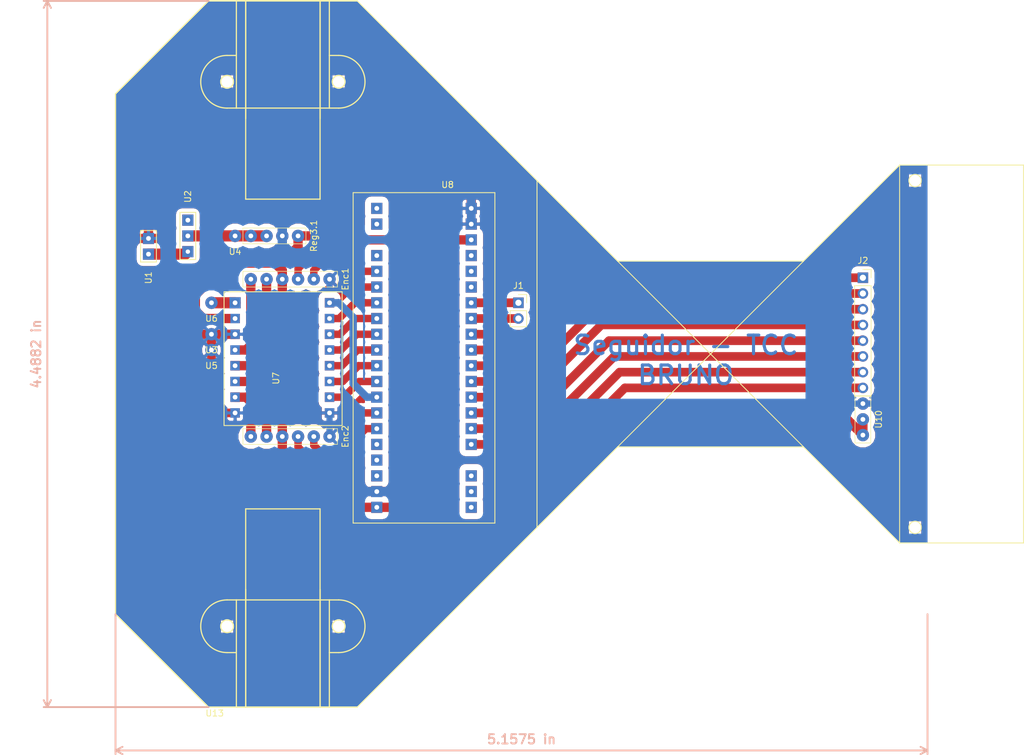
<source format=kicad_pcb>
(kicad_pcb (version 20171130) (host pcbnew "(5.0.1)-4")

  (general
    (thickness 1.6)
    (drawings 3)
    (tracks 169)
    (zones 0)
    (modules 15)
    (nets 46)
  )

  (page A4)
  (layers
    (0 F.Cu signal)
    (31 B.Cu signal)
    (32 B.Adhes user)
    (33 F.Adhes user)
    (34 B.Paste user)
    (35 F.Paste user)
    (36 B.SilkS user)
    (37 F.SilkS user)
    (38 B.Mask user)
    (39 F.Mask user)
    (40 Dwgs.User user)
    (41 Cmts.User user)
    (42 Eco1.User user)
    (43 Eco2.User user)
    (44 Edge.Cuts user)
    (45 Margin user)
    (46 B.CrtYd user)
    (47 F.CrtYd user)
    (48 B.Fab user)
    (49 F.Fab user)
  )

  (setup
    (last_trace_width 1.5)
    (trace_clearance 1)
    (zone_clearance 0.2)
    (zone_45_only yes)
    (trace_min 0.2)
    (segment_width 0.2)
    (edge_width 0.15)
    (via_size 0.6)
    (via_drill 0.4)
    (via_min_size 0.4)
    (via_min_drill 0.3)
    (uvia_size 0.3)
    (uvia_drill 0.1)
    (uvias_allowed no)
    (uvia_min_size 0.2)
    (uvia_min_drill 0.1)
    (pcb_text_width 0.3)
    (pcb_text_size 1.5 1.5)
    (mod_edge_width 0.15)
    (mod_text_size 1 1)
    (mod_text_width 0.15)
    (pad_size 1.524 1.524)
    (pad_drill 0.762)
    (pad_to_mask_clearance 0.2)
    (solder_mask_min_width 0.25)
    (aux_axis_origin 0 0)
    (visible_elements 7FFFFFFF)
    (pcbplotparams
      (layerselection 0x00000_fffffffe)
      (usegerberextensions false)
      (usegerberattributes false)
      (usegerberadvancedattributes false)
      (creategerberjobfile false)
      (excludeedgelayer false)
      (linewidth 0.100000)
      (plotframeref false)
      (viasonmask false)
      (mode 1)
      (useauxorigin false)
      (hpglpennumber 1)
      (hpglpenspeed 20)
      (hpglpendiameter 15.000000)
      (psnegative false)
      (psa4output false)
      (plotreference false)
      (plotvalue false)
      (plotinvisibletext false)
      (padsonsilk false)
      (subtractmaskfromsilk false)
      (outputformat 4)
      (mirror true)
      (drillshape 1)
      (scaleselection 1)
      (outputdirectory "./"))
  )

  (net 0 "")
  (net 1 /GND)
  (net 2 /VCC)
  (net 3 /A1)
  (net 4 /A2)
  (net 5 /V3.3)
  (net 6 /B1)
  (net 7 /B2)
  (net 8 /VBat)
  (net 9 /V12)
  (net 10 /Bin2)
  (net 11 /Bin1)
  (net 12 /STBY)
  (net 13 /Ain1)
  (net 14 /Ain2)
  (net 15 "Net-(U2-Pad3)")
  (net 16 /ENC_E_A)
  (net 17 /ENC_E_B)
  (net 18 /ENC_D_A)
  (net 19 /ENC_D_B)
  (net 20 /PWM_D)
  (net 21 /PWM_E)
  (net 22 "Net-(J1-Pad1)")
  (net 23 "Net-(J1-Pad2)")
  (net 24 "Net-(U8-Pad1)")
  (net 25 "Net-(U8-Pad2)")
  (net 26 "Net-(U8-Pad3)")
  (net 27 "Net-(U8-Pad4)")
  (net 28 "Net-(U8-Pad16)")
  (net 29 "Net-(U8-Pad17)")
  (net 30 "Net-(U8-Pad18)")
  (net 31 "Net-(U8-Pad21)")
  (net 32 "Net-(U8-Pad22)")
  (net 33 "Net-(U8-Pad23)")
  (net 34 "Net-(U8-Pad24)")
  (net 35 "Net-(U8-Pad35)")
  (net 36 "Net-(U8-Pad36)")
  (net 37 "Net-(U8-Pad37)")
  (net 38 "Net-(J2-Pad1)")
  (net 39 "Net-(J2-Pad2)")
  (net 40 "Net-(J2-Pad3)")
  (net 41 "Net-(J2-Pad4)")
  (net 42 "Net-(J2-Pad5)")
  (net 43 "Net-(J2-Pad6)")
  (net 44 "Net-(J2-Pad7)")
  (net 45 "Net-(J2-Pad8)")

  (net_class Default "Esta é a classe de net default."
    (clearance 1)
    (trace_width 1.5)
    (via_dia 0.6)
    (via_drill 0.4)
    (uvia_dia 0.3)
    (uvia_drill 0.1)
    (add_net /A1)
    (add_net /A2)
    (add_net /Ain1)
    (add_net /Ain2)
    (add_net /B1)
    (add_net /B2)
    (add_net /Bin1)
    (add_net /Bin2)
    (add_net /ENC_D_A)
    (add_net /ENC_D_B)
    (add_net /ENC_E_A)
    (add_net /ENC_E_B)
    (add_net /GND)
    (add_net /PWM_D)
    (add_net /PWM_E)
    (add_net /STBY)
    (add_net /V12)
    (add_net /V3.3)
    (add_net /VBat)
    (add_net /VCC)
    (add_net "Net-(J1-Pad1)")
    (add_net "Net-(J1-Pad2)")
    (add_net "Net-(J2-Pad1)")
    (add_net "Net-(J2-Pad2)")
    (add_net "Net-(J2-Pad3)")
    (add_net "Net-(J2-Pad4)")
    (add_net "Net-(J2-Pad5)")
    (add_net "Net-(J2-Pad6)")
    (add_net "Net-(J2-Pad7)")
    (add_net "Net-(J2-Pad8)")
    (add_net "Net-(U2-Pad3)")
    (add_net "Net-(U8-Pad1)")
    (add_net "Net-(U8-Pad16)")
    (add_net "Net-(U8-Pad17)")
    (add_net "Net-(U8-Pad18)")
    (add_net "Net-(U8-Pad2)")
    (add_net "Net-(U8-Pad21)")
    (add_net "Net-(U8-Pad22)")
    (add_net "Net-(U8-Pad23)")
    (add_net "Net-(U8-Pad24)")
    (add_net "Net-(U8-Pad3)")
    (add_net "Net-(U8-Pad35)")
    (add_net "Net-(U8-Pad36)")
    (add_net "Net-(U8-Pad37)")
    (add_net "Net-(U8-Pad4)")
  )

  (module FootLibAlan:Desenho_Nova_Placa_Seguidor (layer F.Cu) (tedit 5C105380) (tstamp 5C1C1A09)
    (at 30 129)
    (path /5B05DBF9)
    (fp_text reference U13 (at 1 1) (layer F.SilkS)
      (effects (font (size 1 1) (thickness 0.15)))
    )
    (fp_text value Desenho_placa_seguidor (at 13 1) (layer F.Fab)
      (effects (font (size 1 1) (thickness 0.15)))
    )
    (fp_line (start 96 -42) (end 66 -42) (layer F.SilkS) (width 0.15))
    (fp_line (start 66 -72) (end 96 -72) (layer F.SilkS) (width 0.15))
    (fp_line (start 53 -85) (end 111.5 -26.5) (layer F.SilkS) (width 0.15))
    (fp_line (start 53 -29) (end 111.5 -87.5) (layer F.SilkS) (width 0.15))
    (fp_circle (center 114 -29) (end 114 -28) (layer F.SilkS) (width 0.15))
    (fp_circle (center 114 -85) (end 114 -86) (layer F.SilkS) (width 0.15))
    (fp_line (start 131.5 -87.5) (end 111.5 -87.5) (layer F.SilkS) (width 0.15))
    (fp_line (start 131.5 -26.5) (end 131.5 -87.5) (layer F.SilkS) (width 0.15))
    (fp_line (start 111.5 -26.5) (end 131.5 -26.5) (layer F.SilkS) (width 0.15))
    (fp_line (start 111.5 -87.5) (end 111.5 -26.5) (layer F.SilkS) (width 0.15))
    (fp_line (start 53 -85) (end 53 -29) (layer F.SilkS) (width 0.15))
    (fp_line (start 24 0) (end 53 -29) (layer F.SilkS) (width 0.15))
    (fp_line (start 24 -114) (end 53 -85) (layer F.SilkS) (width 0.15))
    (fp_arc (start 3 -13.05) (end 3 -8.8) (angle 180) (layer F.SilkS) (width 0.2))
    (fp_circle (center 3 -13.05) (end 2 -12.8) (layer F.SilkS) (width 0.2))
    (fp_line (start 4.5 -8.8) (end 3 -8.8) (layer F.SilkS) (width 0.2))
    (fp_line (start 3 -17.3) (end 4.5 -17.3) (layer F.SilkS) (width 0.2))
    (fp_line (start 19.5 0) (end 4.5 0) (layer F.SilkS) (width 0.2))
    (fp_arc (start 21 -13.05) (end 21 -17.3) (angle 180) (layer F.SilkS) (width 0.2))
    (fp_line (start 4.5 -17.3) (end 4.5 0) (layer F.SilkS) (width 0.2))
    (fp_line (start 19.5 -17.3) (end 21 -17.3) (layer F.SilkS) (width 0.2))
    (fp_line (start 19.5 -17.3) (end 19.5 0) (layer F.SilkS) (width 0.2))
    (fp_line (start 4.5 -17.3) (end 19.5 -17.3) (layer F.SilkS) (width 0.2))
    (fp_circle (center 21 -13.05) (end 22 -13.3) (layer F.SilkS) (width 0.2))
    (fp_line (start 21 -8.8) (end 19.5 -8.8) (layer F.SilkS) (width 0.2))
    (fp_line (start 3 -105.2) (end 4.5 -105.2) (layer F.SilkS) (width 0.2))
    (fp_arc (start 3 -100.95) (end 3 -96.7) (angle 180) (layer F.SilkS) (width 0.2))
    (fp_line (start 4.5 -96.7) (end 3 -96.7) (layer F.SilkS) (width 0.2))
    (fp_circle (center 3 -100.95) (end 2 -100.7) (layer F.SilkS) (width 0.2))
    (fp_line (start 19.5 -96.7) (end 19.5 -114) (layer F.SilkS) (width 0.2))
    (fp_line (start 18 -95) (end 18 -114) (layer F.SilkS) (width 0.2))
    (fp_line (start 6 -114) (end 6 -95) (layer F.SilkS) (width 0.2))
    (fp_line (start -15 -99) (end 0 -114) (layer F.SilkS) (width 0.2))
    (fp_line (start 0 -114) (end 24 -114) (layer F.SilkS) (width 0.2))
    (fp_line (start 0 0) (end 24 0) (layer F.SilkS) (width 0.2))
    (fp_line (start -15 -99) (end -15 -15) (layer F.SilkS) (width 0.2))
    (fp_line (start -15 -15) (end 0 0) (layer F.SilkS) (width 0.2))
    (fp_line (start 6 -32) (end 18 -32) (layer F.SilkS) (width 0.2))
    (fp_line (start 6 -32) (end 6 0) (layer F.SilkS) (width 0.2))
    (fp_line (start 18 -32) (end 18 0) (layer F.SilkS) (width 0.2))
    (fp_line (start 6 -82) (end 18 -82) (layer F.SilkS) (width 0.2))
    (fp_line (start 18 -82) (end 18 -114) (layer F.SilkS) (width 0.2))
    (fp_line (start 6 -82) (end 6 -114) (layer F.SilkS) (width 0.2))
    (fp_line (start 6 -19) (end 6 0) (layer F.SilkS) (width 0.2))
    (fp_line (start 18 0) (end 18 -19) (layer F.SilkS) (width 0.2))
    (fp_line (start 19.5 -96.7) (end 4.5 -96.7) (layer F.SilkS) (width 0.2))
    (fp_line (start 4.5 -96.7) (end 4.5 -114) (layer F.SilkS) (width 0.2))
    (fp_line (start 19.5 -105.2) (end 21 -105.2) (layer F.SilkS) (width 0.2))
    (fp_line (start 21 -96.7) (end 19.5 -96.7) (layer F.SilkS) (width 0.2))
    (fp_circle (center 21 -100.95) (end 22 -101.2) (layer F.SilkS) (width 0.2))
    (fp_arc (start 21 -100.95) (end 21 -105.2) (angle 180) (layer F.SilkS) (width 0.2))
    (fp_line (start 4.5 -114) (end 19.5 -114) (layer F.SilkS) (width 0.2))
  )

  (module FootLibAlan:Encoder (layer F.Cu) (tedit 5B004E62) (tstamp 5B006777)
    (at 39.37 59.92 90)
    (path /5B0064FB)
    (fp_text reference Enc1 (at 0 12.7 90) (layer F.SilkS)
      (effects (font (size 1 1) (thickness 0.15)))
    )
    (fp_text value Encoder (at 0 -5.08 90) (layer F.Fab)
      (effects (font (size 1 1) (thickness 0.15)))
    )
    (fp_line (start -1.27 11.43) (end -1.27 -3.81) (layer F.SilkS) (width 0.1))
    (fp_line (start 1.27 11.43) (end -1.27 11.43) (layer F.SilkS) (width 0.1))
    (fp_line (start 1.27 -3.81) (end 1.27 11.43) (layer F.SilkS) (width 0.1))
    (fp_line (start -1.27 -3.81) (end 1.27 -3.81) (layer F.SilkS) (width 0.1))
    (pad 1 thru_hole circle (at 0 -2.54 90) (size 2 2) (drill 0.762) (layers *.Cu *.Mask)
      (net 3 /A1))
    (pad 2 thru_hole circle (at 0 0 90) (size 2 2) (drill 0.762) (layers *.Cu *.Mask)
      (net 4 /A2))
    (pad 3 thru_hole circle (at 0 2.54 90) (size 2 2) (drill 0.762) (layers *.Cu *.Mask)
      (net 5 /V3.3))
    (pad 4 thru_hole circle (at 0 5.08 90) (size 2 2) (drill 0.762) (layers *.Cu *.Mask)
      (net 16 /ENC_E_A))
    (pad 5 thru_hole circle (at 0 7.62 90) (size 2 2) (drill 0.762) (layers *.Cu *.Mask)
      (net 17 /ENC_E_B))
    (pad 6 thru_hole circle (at 0 10.16 90) (size 2 2) (drill 0.762) (layers *.Cu *.Mask)
      (net 1 /GND))
  )

  (module FootLibAlan:Encoder (layer F.Cu) (tedit 5B004E62) (tstamp 5B006785)
    (at 39.37 85.32 90)
    (path /5B006651)
    (fp_text reference Enc2 (at 0 12.7 90) (layer F.SilkS)
      (effects (font (size 1 1) (thickness 0.15)))
    )
    (fp_text value Encoder (at 0 -5.08 90) (layer F.Fab)
      (effects (font (size 1 1) (thickness 0.15)))
    )
    (fp_line (start -1.27 11.43) (end -1.27 -3.81) (layer F.SilkS) (width 0.1))
    (fp_line (start 1.27 11.43) (end -1.27 11.43) (layer F.SilkS) (width 0.1))
    (fp_line (start 1.27 -3.81) (end 1.27 11.43) (layer F.SilkS) (width 0.1))
    (fp_line (start -1.27 -3.81) (end 1.27 -3.81) (layer F.SilkS) (width 0.1))
    (pad 1 thru_hole circle (at 0 -2.54 90) (size 2 2) (drill 0.762) (layers *.Cu *.Mask)
      (net 6 /B1))
    (pad 2 thru_hole circle (at 0 0 90) (size 2 2) (drill 0.762) (layers *.Cu *.Mask)
      (net 7 /B2))
    (pad 3 thru_hole circle (at 0 2.54 90) (size 2 2) (drill 0.762) (layers *.Cu *.Mask)
      (net 5 /V3.3))
    (pad 4 thru_hole circle (at 0 5.08 90) (size 2 2) (drill 0.762) (layers *.Cu *.Mask)
      (net 18 /ENC_D_A))
    (pad 5 thru_hole circle (at 0 7.62 90) (size 2 2) (drill 0.762) (layers *.Cu *.Mask)
      (net 19 /ENC_D_B))
    (pad 6 thru_hole circle (at 0 10.16 90) (size 2 2) (drill 0.762) (layers *.Cu *.Mask)
      (net 1 /GND))
  )

  (module FootLibAlan:Regulador_3.3V (layer F.Cu) (tedit 5B004B9B) (tstamp 5B006791)
    (at 39.37 52.935 90)
    (path /5B0067C7)
    (fp_text reference Reg3.1 (at 0 7.62 90) (layer F.SilkS)
      (effects (font (size 1 1) (thickness 0.15)))
    )
    (fp_text value Regulador_3.3V (at 0 -5.08 90) (layer F.Fab)
      (effects (font (size 1 1) (thickness 0.15)))
    )
    (fp_line (start -1.27 6.35) (end -1.27 -3.81) (layer F.SilkS) (width 0.1))
    (fp_line (start 1.27 6.35) (end -1.27 6.35) (layer F.SilkS) (width 0.1))
    (fp_line (start 1.27 -3.81) (end 1.27 6.35) (layer F.SilkS) (width 0.1))
    (fp_line (start -1.27 -3.81) (end 1.27 -3.81) (layer F.SilkS) (width 0.1))
    (pad 1 thru_hole circle (at 0 5.08 90) (size 2 2) (drill 0.762) (layers *.Cu *.Mask)
      (net 5 /V3.3))
    (pad 2 thru_hole circle (at 0 2.54 90) (size 2 2) (drill 0.762) (layers *.Cu *.Mask)
      (net 1 /GND))
    (pad 3 thru_hole circle (at 0 0 90) (size 2 2) (drill 0.762) (layers *.Cu *.Mask)
      (net 2 /VCC))
    (pad 4 thru_hole circle (at 0 -2.54 90) (size 2 2) (drill 0.762) (layers *.Cu *.Mask)
      (net 2 /VCC))
  )

  (module FootLibAlan:barra2pins (layer F.Cu) (tedit 5B081857) (tstamp 5B00679B)
    (at 20.32 55.88 270)
    (path /5B006ADC)
    (fp_text reference U1 (at 3.81 0 270) (layer F.SilkS)
      (effects (font (size 1 1) (thickness 0.15)))
    )
    (fp_text value barra2pins (at -1.27 -2.54 270) (layer F.Fab)
      (effects (font (size 1 1) (thickness 0.15)))
    )
    (fp_line (start -3.81 1.27) (end 1.27 1.27) (layer F.SilkS) (width 0.15))
    (fp_line (start 1.27 1.27) (end 1.27 -1.27) (layer F.SilkS) (width 0.15))
    (fp_line (start 1.27 -1.27) (end -3.81 -1.27) (layer F.SilkS) (width 0.15))
    (fp_line (start -3.81 -1.27) (end -3.81 1.27) (layer F.SilkS) (width 0.15))
    (pad 1 thru_hole rect (at -2.54 0 270) (size 1.8 1.8) (drill 0.762) (layers *.Cu *.Mask)
      (net 1 /GND))
    (pad 2 thru_hole rect (at 0 0 270) (size 1.8 1.8) (drill 0.762) (layers *.Cu *.Mask)
      (net 8 /VBat))
  )

  (module FootLibAlan:barra3pins (layer F.Cu) (tedit 5B081AFF) (tstamp 5B0067A6)
    (at 26.67 52.935 90)
    (path /5B006A71)
    (fp_text reference U2 (at 6.35 0 90) (layer F.SilkS)
      (effects (font (size 1 1) (thickness 0.15)))
    )
    (fp_text value barra3pins (at 0 -2.54 90) (layer F.Fab)
      (effects (font (size 1 1) (thickness 0.15)))
    )
    (fp_line (start -3.81 1.27) (end 3.81 1.27) (layer F.SilkS) (width 0.15))
    (fp_line (start 3.81 1.27) (end 3.81 -1.27) (layer F.SilkS) (width 0.15))
    (fp_line (start 3.81 -1.27) (end -3.81 -1.27) (layer F.SilkS) (width 0.15))
    (fp_line (start -3.81 -1.27) (end -3.81 1.27) (layer F.SilkS) (width 0.15))
    (pad 1 thru_hole rect (at -2.54 0 90) (size 1.8 1.8) (drill 0.7) (layers *.Cu *.Mask)
      (net 8 /VBat))
    (pad 2 thru_hole rect (at 0 0 90) (size 1.8 1.8) (drill 0.762) (layers *.Cu *.Mask)
      (net 2 /VCC))
    (pad 3 thru_hole rect (at 2.54 0 90) (size 1.8 1.8) (drill 0.762) (layers *.Cu *.Mask)
      (net 15 "Net-(U2-Pad3)"))
  )

  (module FootLibAlan:tb6612fng (layer F.Cu) (tedit 5C0FD576) (tstamp 5B0067BE)
    (at 34.29 61.19 270)
    (path /5B00644E)
    (fp_text reference U7 (at 14.732 -6.604 270) (layer F.SilkS)
      (effects (font (size 1 1) (thickness 0.15)))
    )
    (fp_text value tb6612fng (at 10.922 -10.914 270) (layer F.Fab)
      (effects (font (size 1 1) (thickness 0.15)))
    )
    (fp_line (start 0.762 1.778) (end 0.762 -17.272) (layer F.SilkS) (width 0.15))
    (fp_line (start 0.762 -17.272) (end 22.352 -17.272) (layer F.SilkS) (width 0.15))
    (fp_line (start 22.352 -17.272) (end 22.352 1.778) (layer F.SilkS) (width 0.15))
    (fp_line (start 0.762 1.778) (end 22.352 1.778) (layer F.SilkS) (width 0.15))
    (pad 1 thru_hole rect (at 2.54 0 270) (size 1.8 1.8) (drill 0.762) (layers *.Cu *.Mask)
      (net 9 /V12))
    (pad 2 thru_hole rect (at 5.08 0 270) (size 1.524 1.524) (drill 0.762) (layers *.Cu *.Mask)
      (net 5 /V3.3))
    (pad 3 thru_hole rect (at 7.62 0 270) (size 1.524 1.524) (drill 0.762) (layers *.Cu *.Mask)
      (net 1 /GND))
    (pad 4 thru_hole rect (at 10.16 0 270) (size 1.524 1.524) (drill 0.762) (layers *.Cu *.Mask)
      (net 3 /A1))
    (pad 5 thru_hole rect (at 12.7 0 270) (size 1.524 1.524) (drill 0.762) (layers *.Cu *.Mask)
      (net 4 /A2))
    (pad 6 thru_hole rect (at 15.24 0 270) (size 1.524 1.524) (drill 0.762) (layers *.Cu *.Mask)
      (net 7 /B2))
    (pad 7 thru_hole rect (at 17.78 0 270) (size 1.524 1.524) (drill 0.762) (layers *.Cu *.Mask)
      (net 6 /B1))
    (pad 8 thru_hole rect (at 20.32 0 270) (size 1.524 1.524) (drill 0.762) (layers *.Cu *.Mask)
      (net 1 /GND))
    (pad 9 thru_hole rect (at 20.32 -15.24 270) (size 1.524 1.524) (drill 0.762) (layers *.Cu *.Mask)
      (net 1 /GND))
    (pad 10 thru_hole rect (at 17.78 -15.24 270) (size 1.524 1.524) (drill 0.762) (layers *.Cu *.Mask)
      (net 20 /PWM_D))
    (pad 11 thru_hole rect (at 15.24 -15.24 270) (size 1.524 1.524) (drill 0.762) (layers *.Cu *.Mask)
      (net 10 /Bin2))
    (pad 12 thru_hole rect (at 12.7 -15.24 270) (size 1.524 1.524) (drill 0.762) (layers *.Cu *.Mask)
      (net 11 /Bin1))
    (pad 13 thru_hole rect (at 10.16 -15.24 270) (size 1.524 1.524) (drill 0.762) (layers *.Cu *.Mask)
      (net 12 /STBY))
    (pad 14 thru_hole rect (at 7.62 -15.24 270) (size 1.524 1.524) (drill 0.762) (layers *.Cu *.Mask)
      (net 13 /Ain1))
    (pad 15 thru_hole rect (at 5.08 -15.24 270) (size 1.524 1.524) (drill 0.762) (layers *.Cu *.Mask)
      (net 14 /Ain2))
    (pad 16 thru_hole rect (at 2.54 -15.24 270) (size 1.524 1.524) (drill 0.762) (layers *.Cu *.Mask)
      (net 21 /PWM_E))
  )

  (module FootLibAlan:PW_Slinha (layer F.Cu) (tedit 5B005F75) (tstamp 5C1CD5FB)
    (at 135.5738 82.55 90)
    (path /5B0060DA)
    (fp_text reference U10 (at 0 2.54 90) (layer F.SilkS)
      (effects (font (size 1 1) (thickness 0.15)))
    )
    (fp_text value PW_Slinha (at 0 -2.54 90) (layer F.Fab)
      (effects (font (size 1 1) (thickness 0.15)))
    )
    (fp_line (start -3.81 1.27) (end -3.81 -1.27) (layer F.SilkS) (width 0.1))
    (fp_line (start 3.81 1.27) (end -3.81 1.27) (layer F.SilkS) (width 0.1))
    (fp_line (start 3.81 -1.27) (end 3.81 1.27) (layer F.SilkS) (width 0.1))
    (fp_line (start -3.81 -1.27) (end 3.81 -1.27) (layer F.SilkS) (width 0.1))
    (pad 1 thru_hole circle (at -2.54 0 90) (size 2 2) (drill 0.762) (layers *.Cu *.Mask)
      (net 5 /V3.3))
    (pad 2 thru_hole circle (at 0 0 90) (size 2 2) (drill 0.762) (layers *.Cu *.Mask)
      (net 5 /V3.3))
    (pad 3 thru_hole circle (at 2.54 0 90) (size 2 2) (drill 0.762) (layers *.Cu *.Mask)
      (net 1 /GND))
  )

  (module FootLibAlan:Borne (layer F.Cu) (tedit 5AFEC96E) (tstamp 5B00AD13)
    (at 30.48 68.81)
    (path /5B00A670)
    (fp_text reference U3 (at 0 2.54) (layer F.SilkS)
      (effects (font (size 1 1) (thickness 0.15)))
    )
    (fp_text value Borne (at 0 -2.54) (layer F.Fab)
      (effects (font (size 1 1) (thickness 0.15)))
    )
    (pad 1 thru_hole circle (at 0 0) (size 2 2) (drill 0.762) (layers *.Cu *.Mask)
      (net 1 /GND))
  )

  (module FootLibAlan:Borne (layer F.Cu) (tedit 5AFEC96E) (tstamp 5B00AD18)
    (at 34.29 52.935)
    (path /5B00A717)
    (fp_text reference U4 (at 0 2.54) (layer F.SilkS)
      (effects (font (size 1 1) (thickness 0.15)))
    )
    (fp_text value Borne (at 0 -2.54) (layer F.Fab)
      (effects (font (size 1 1) (thickness 0.15)))
    )
    (pad 1 thru_hole circle (at 0 0) (size 2 2) (drill 0.762) (layers *.Cu *.Mask)
      (net 2 /VCC))
  )

  (module FootLibAlan:Borne (layer F.Cu) (tedit 5AFEC96E) (tstamp 5B00AD1D)
    (at 30.48 71.35)
    (path /5B00A74E)
    (fp_text reference U5 (at 0 2.54) (layer F.SilkS)
      (effects (font (size 1 1) (thickness 0.15)))
    )
    (fp_text value Borne (at 0 -2.54) (layer F.Fab)
      (effects (font (size 1 1) (thickness 0.15)))
    )
    (pad 1 thru_hole circle (at 0 0) (size 2 2) (drill 0.762) (layers *.Cu *.Mask)
      (net 1 /GND))
  )

  (module FootLibAlan:Borne (layer F.Cu) (tedit 5AFEC96E) (tstamp 5B00AD22)
    (at 30.48 63.73)
    (path /5B00A792)
    (fp_text reference U6 (at 0 2.54) (layer F.SilkS)
      (effects (font (size 1 1) (thickness 0.15)))
    )
    (fp_text value Borne (at 0 -2.54) (layer F.Fab)
      (effects (font (size 1 1) (thickness 0.15)))
    )
    (pad 1 thru_hole circle (at 0 0) (size 2 2) (drill 0.762) (layers *.Cu *.Mask)
      (net 9 /V12))
  )

  (module FootLibAlan:stm32 (layer F.Cu) (tedit 5C0F9A2C) (tstamp 5C0F12A5)
    (at 62.23 73.89 270)
    (path /5B006218)
    (fp_text reference U8 (at -29.21 -6.35) (layer F.SilkS)
      (effects (font (size 1 1) (thickness 0.15)))
    )
    (fp_text value stm32 (at -29.21 1.27) (layer F.Fab)
      (effects (font (size 1 1) (thickness 0.15)))
    )
    (fp_line (start 25.4 8.89) (end 25.4 -13.97) (layer F.SilkS) (width 0.15))
    (fp_line (start -27.94 -13.97) (end 25.4 -13.97) (layer F.SilkS) (width 0.15))
    (fp_line (start -27.94 8.89) (end -27.94 -13.97) (layer F.SilkS) (width 0.15))
    (fp_line (start 25.4 8.89) (end -27.94 8.89) (layer F.SilkS) (width 0.15))
    (pad 40 thru_hole rect (at -25.4 -10.16 270) (size 1.8 1.8) (drill 0.762) (layers *.Cu *.Mask)
      (net 1 /GND))
    (pad 39 thru_hole rect (at -22.86 -10.16 270) (size 1.8 1.8) (drill 0.762) (layers *.Cu *.Mask)
      (net 1 /GND))
    (pad 38 thru_hole rect (at -20.32 -10.16 270) (size 1.8 1.8) (drill 0.762) (layers *.Cu *.Mask)
      (net 5 /V3.3))
    (pad 37 thru_hole rect (at -17.78 -10.16 270) (size 1.8 1.8) (drill 0.762) (layers *.Cu *.Mask)
      (net 37 "Net-(U8-Pad37)"))
    (pad 36 thru_hole rect (at -15.24 -10.16 270) (size 1.8 1.8) (drill 0.762) (layers *.Cu *.Mask)
      (net 36 "Net-(U8-Pad36)"))
    (pad 35 thru_hole rect (at -12.7 -10.16 270) (size 1.8 1.8) (drill 0.762) (layers *.Cu *.Mask)
      (net 35 "Net-(U8-Pad35)"))
    (pad 34 thru_hole rect (at -10.16 -10.16 270) (size 1.8 1.8) (drill 0.762) (layers *.Cu *.Mask)
      (net 22 "Net-(J1-Pad1)"))
    (pad 33 thru_hole rect (at -7.62 -10.16 270) (size 1.8 1.8) (drill 0.762) (layers *.Cu *.Mask)
      (net 23 "Net-(J1-Pad2)"))
    (pad 32 thru_hole rect (at -5.08 -10.16 270) (size 1.8 1.8) (drill 0.762) (layers *.Cu *.Mask)
      (net 38 "Net-(J2-Pad1)"))
    (pad 31 thru_hole rect (at -2.54 -10.16 270) (size 1.8 1.8) (drill 0.762) (layers *.Cu *.Mask)
      (net 39 "Net-(J2-Pad2)"))
    (pad 30 thru_hole rect (at 0 -10.16 270) (size 1.8 1.8) (drill 0.762) (layers *.Cu *.Mask)
      (net 40 "Net-(J2-Pad3)"))
    (pad 29 thru_hole rect (at 2.54 -10.16 270) (size 1.8 1.8) (drill 0.762) (layers *.Cu *.Mask)
      (net 41 "Net-(J2-Pad4)"))
    (pad 28 thru_hole rect (at 5.08 -10.16 270) (size 1.8 1.8) (drill 0.762) (layers *.Cu *.Mask)
      (net 42 "Net-(J2-Pad5)"))
    (pad 27 thru_hole rect (at 7.62 -10.16 270) (size 1.8 1.8) (drill 0.762) (layers *.Cu *.Mask)
      (net 43 "Net-(J2-Pad6)"))
    (pad 26 thru_hole rect (at 10.16 -10.16 270) (size 1.8 1.8) (drill 0.762) (layers *.Cu *.Mask)
      (net 44 "Net-(J2-Pad7)"))
    (pad 25 thru_hole rect (at 12.7 -10.16 270) (size 1.8 1.8) (drill 0.762) (layers *.Cu *.Mask)
      (net 45 "Net-(J2-Pad8)"))
    (pad 24 connect rect (at 15.24 -10.16 270) (size 1.8 1.8) (layers Dwgs.User)
      (net 34 "Net-(U8-Pad24)"))
    (pad 23 thru_hole rect (at 17.78 -10.16 270) (size 1.8 1.8) (drill 0.762) (layers *.Cu *.Mask)
      (net 33 "Net-(U8-Pad23)"))
    (pad 22 thru_hole rect (at 20.32 -10.16 270) (size 1.8 1.8) (drill 0.762) (layers *.Cu *.Mask)
      (net 32 "Net-(U8-Pad22)"))
    (pad 21 thru_hole rect (at 22.86 -10.16 270) (size 1.8 1.8) (drill 0.762) (layers *.Cu *.Mask)
      (net 31 "Net-(U8-Pad21)"))
    (pad 20 thru_hole rect (at 22.86 5.08 270) (size 1.8 1.8) (drill 0.762) (layers *.Cu *.Mask)
      (net 5 /V3.3))
    (pad 19 thru_hole rect (at 20.32 5.08 270) (size 1.8 1.8) (drill 0.762) (layers *.Cu *.Mask)
      (net 1 /GND))
    (pad 18 thru_hole rect (at 17.78 5.08 270) (size 1.8 1.8) (drill 0.762) (layers *.Cu *.Mask)
      (net 30 "Net-(U8-Pad18)"))
    (pad 17 thru_hole rect (at 15.24 5.08 270) (size 1.8 1.8) (drill 0.762) (layers *.Cu *.Mask)
      (net 29 "Net-(U8-Pad17)"))
    (pad 16 thru_hole rect (at 12.7 5.08 270) (size 1.8 1.8) (drill 0.762) (layers *.Cu *.Mask)
      (net 28 "Net-(U8-Pad16)"))
    (pad 15 thru_hole rect (at 10.16 5.08 270) (size 1.8 1.8) (drill 0.762) (layers *.Cu *.Mask)
      (net 18 /ENC_D_A))
    (pad 14 thru_hole rect (at 7.62 5.08 270) (size 1.8 1.8) (drill 0.762) (layers *.Cu *.Mask)
      (net 19 /ENC_D_B))
    (pad 13 thru_hole rect (at 5.08 5.08 270) (size 1.8 1.8) (drill 0.762) (layers *.Cu *.Mask)
      (net 21 /PWM_E))
    (pad 12 thru_hole rect (at 2.54 5.08 270) (size 1.8 1.8) (drill 0.762) (layers *.Cu *.Mask)
      (net 20 /PWM_D))
    (pad 11 thru_hole rect (at 0 5.08 270) (size 1.8 1.8) (drill 0.762) (layers *.Cu *.Mask)
      (net 10 /Bin2))
    (pad 10 thru_hole rect (at -2.54 5.08 270) (size 1.8 1.8) (drill 0.762) (layers *.Cu *.Mask)
      (net 11 /Bin1))
    (pad 9 thru_hole rect (at -5.08 5.08 270) (size 1.8 1.8) (drill 0.762) (layers *.Cu *.Mask)
      (net 12 /STBY))
    (pad 8 thru_hole rect (at -7.62 5.08 270) (size 1.8 1.8) (drill 0.762) (layers *.Cu *.Mask)
      (net 13 /Ain1))
    (pad 7 thru_hole rect (at -10.16 5.08 270) (size 1.8 1.8) (drill 0.762) (layers *.Cu *.Mask)
      (net 14 /Ain2))
    (pad 6 thru_hole rect (at -12.7 5.08 270) (size 1.8 1.8) (drill 0.762) (layers *.Cu *.Mask)
      (net 17 /ENC_E_B))
    (pad 5 thru_hole rect (at -15.24 5.08 270) (size 1.8 1.8) (drill 0.762) (layers *.Cu *.Mask)
      (net 16 /ENC_E_A))
    (pad 4 thru_hole rect (at -17.78 5.08 270) (size 1.8 1.8) (drill 0.762) (layers *.Cu *.Mask)
      (net 27 "Net-(U8-Pad4)"))
    (pad 3 connect rect (at -20.32 5.08 270) (size 1.8 1.8) (layers Dwgs.User)
      (net 26 "Net-(U8-Pad3)"))
    (pad 2 thru_hole rect (at -22.86 5.08 270) (size 1.8 1.8) (drill 0.762) (layers *.Cu *.Mask)
      (net 25 "Net-(U8-Pad2)"))
    (pad 1 thru_hole rect (at -25.4 5.08 270) (size 1.8 1.8) (drill 0.762) (layers *.Cu *.Mask)
      (net 24 "Net-(U8-Pad1)"))
  )

  (module Connector_PinSocket_2.54mm:PinSocket_1x02_P2.54mm_Vertical (layer F.Cu) (tedit 5A19A420) (tstamp 5C1CD3F4)
    (at 80 63.73)
    (descr "Through hole straight socket strip, 1x02, 2.54mm pitch, single row (from Kicad 4.0.7), script generated")
    (tags "Through hole socket strip THT 1x02 2.54mm single row")
    (path /5C10524D)
    (fp_text reference J1 (at 0 -2.77) (layer F.SilkS)
      (effects (font (size 1 1) (thickness 0.15)))
    )
    (fp_text value Conn_01x02_Female (at 0 5.31) (layer F.Fab)
      (effects (font (size 1 1) (thickness 0.15)))
    )
    (fp_line (start -1.27 -1.27) (end 0.635 -1.27) (layer F.Fab) (width 0.1))
    (fp_line (start 0.635 -1.27) (end 1.27 -0.635) (layer F.Fab) (width 0.1))
    (fp_line (start 1.27 -0.635) (end 1.27 3.81) (layer F.Fab) (width 0.1))
    (fp_line (start 1.27 3.81) (end -1.27 3.81) (layer F.Fab) (width 0.1))
    (fp_line (start -1.27 3.81) (end -1.27 -1.27) (layer F.Fab) (width 0.1))
    (fp_line (start -1.33 1.27) (end 1.33 1.27) (layer F.SilkS) (width 0.12))
    (fp_line (start -1.33 1.27) (end -1.33 3.87) (layer F.SilkS) (width 0.12))
    (fp_line (start -1.33 3.87) (end 1.33 3.87) (layer F.SilkS) (width 0.12))
    (fp_line (start 1.33 1.27) (end 1.33 3.87) (layer F.SilkS) (width 0.12))
    (fp_line (start 1.33 -1.33) (end 1.33 0) (layer F.SilkS) (width 0.12))
    (fp_line (start 0 -1.33) (end 1.33 -1.33) (layer F.SilkS) (width 0.12))
    (fp_line (start -1.8 -1.8) (end 1.75 -1.8) (layer F.CrtYd) (width 0.05))
    (fp_line (start 1.75 -1.8) (end 1.75 4.3) (layer F.CrtYd) (width 0.05))
    (fp_line (start 1.75 4.3) (end -1.8 4.3) (layer F.CrtYd) (width 0.05))
    (fp_line (start -1.8 4.3) (end -1.8 -1.8) (layer F.CrtYd) (width 0.05))
    (fp_text user %R (at 0 1.27 90) (layer F.Fab)
      (effects (font (size 1 1) (thickness 0.15)))
    )
    (pad 1 thru_hole rect (at 0 0) (size 1.7 1.7) (drill 1) (layers *.Cu *.Mask)
      (net 22 "Net-(J1-Pad1)"))
    (pad 2 thru_hole oval (at 0 2.54) (size 1.7 1.7) (drill 1) (layers *.Cu *.Mask)
      (net 23 "Net-(J1-Pad2)"))
    (model ${KISYS3DMOD}/Connector_PinSocket_2.54mm.3dshapes/PinSocket_1x02_P2.54mm_Vertical.wrl
      (at (xyz 0 0 0))
      (scale (xyz 1 1 1))
      (rotate (xyz 0 0 0))
    )
  )

  (module Connector_PinSocket_2.54mm:PinSocket_1x08_P2.54mm_Vertical (layer F.Cu) (tedit 5A19A420) (tstamp 5C1CD5BB)
    (at 135.5738 59.69)
    (descr "Through hole straight socket strip, 1x08, 2.54mm pitch, single row (from Kicad 4.0.7), script generated")
    (tags "Through hole socket strip THT 1x08 2.54mm single row")
    (path /5C1052D3)
    (fp_text reference J2 (at 0 -2.77) (layer F.SilkS)
      (effects (font (size 1 1) (thickness 0.15)))
    )
    (fp_text value Conn_01x08_Female (at 0 20.55) (layer F.Fab)
      (effects (font (size 1 1) (thickness 0.15)))
    )
    (fp_line (start -1.27 -1.27) (end 0.635 -1.27) (layer F.Fab) (width 0.1))
    (fp_line (start 0.635 -1.27) (end 1.27 -0.635) (layer F.Fab) (width 0.1))
    (fp_line (start 1.27 -0.635) (end 1.27 19.05) (layer F.Fab) (width 0.1))
    (fp_line (start 1.27 19.05) (end -1.27 19.05) (layer F.Fab) (width 0.1))
    (fp_line (start -1.27 19.05) (end -1.27 -1.27) (layer F.Fab) (width 0.1))
    (fp_line (start -1.33 1.27) (end 1.33 1.27) (layer F.SilkS) (width 0.12))
    (fp_line (start -1.33 1.27) (end -1.33 19.11) (layer F.SilkS) (width 0.12))
    (fp_line (start -1.33 19.11) (end 1.33 19.11) (layer F.SilkS) (width 0.12))
    (fp_line (start 1.33 1.27) (end 1.33 19.11) (layer F.SilkS) (width 0.12))
    (fp_line (start 1.33 -1.33) (end 1.33 0) (layer F.SilkS) (width 0.12))
    (fp_line (start 0 -1.33) (end 1.33 -1.33) (layer F.SilkS) (width 0.12))
    (fp_line (start -1.8 -1.8) (end 1.75 -1.8) (layer F.CrtYd) (width 0.05))
    (fp_line (start 1.75 -1.8) (end 1.75 19.55) (layer F.CrtYd) (width 0.05))
    (fp_line (start 1.75 19.55) (end -1.8 19.55) (layer F.CrtYd) (width 0.05))
    (fp_line (start -1.8 19.55) (end -1.8 -1.8) (layer F.CrtYd) (width 0.05))
    (fp_text user %R (at 0 8.89 90) (layer F.Fab)
      (effects (font (size 1 1) (thickness 0.15)))
    )
    (pad 1 thru_hole rect (at 0 0) (size 1.7 1.7) (drill 1) (layers *.Cu *.Mask)
      (net 38 "Net-(J2-Pad1)"))
    (pad 2 thru_hole oval (at 0 2.54) (size 1.7 1.7) (drill 1) (layers *.Cu *.Mask)
      (net 39 "Net-(J2-Pad2)"))
    (pad 3 thru_hole oval (at 0 5.08) (size 1.7 1.7) (drill 1) (layers *.Cu *.Mask)
      (net 40 "Net-(J2-Pad3)"))
    (pad 4 thru_hole oval (at 0 7.62) (size 1.7 1.7) (drill 1) (layers *.Cu *.Mask)
      (net 41 "Net-(J2-Pad4)"))
    (pad 5 thru_hole oval (at 0 10.16) (size 1.7 1.7) (drill 1) (layers *.Cu *.Mask)
      (net 42 "Net-(J2-Pad5)"))
    (pad 6 thru_hole oval (at 0 12.7) (size 1.7 1.7) (drill 1) (layers *.Cu *.Mask)
      (net 43 "Net-(J2-Pad6)"))
    (pad 7 thru_hole oval (at 0 15.24) (size 1.7 1.7) (drill 1) (layers *.Cu *.Mask)
      (net 44 "Net-(J2-Pad7)"))
    (pad 8 thru_hole oval (at 0 17.78) (size 1.7 1.7) (drill 1) (layers *.Cu *.Mask)
      (net 45 "Net-(J2-Pad8)"))
    (model ${KISYS3DMOD}/Connector_PinSocket_2.54mm.3dshapes/PinSocket_1x08_P2.54mm_Vertical.wrl
      (at (xyz 0 0 0))
      (scale (xyz 1 1 1))
      (rotate (xyz 0 0 0))
    )
  )

  (dimension 131 (width 0.3) (layer B.SilkS)
    (gr_text "131,000 mm" (at 80.5 138.1) (layer B.SilkS)
      (effects (font (size 1.5 1.5) (thickness 0.3)))
    )
    (feature1 (pts (xy 146 114) (xy 146 136.586421)))
    (feature2 (pts (xy 15 114) (xy 15 136.586421)))
    (crossbar (pts (xy 15 136) (xy 146 136)))
    (arrow1a (pts (xy 146 136) (xy 144.873496 136.586421)))
    (arrow1b (pts (xy 146 136) (xy 144.873496 135.413579)))
    (arrow2a (pts (xy 15 136) (xy 16.126504 136.586421)))
    (arrow2b (pts (xy 15 136) (xy 16.126504 135.413579)))
  )
  (dimension 114 (width 0.3) (layer B.SilkS)
    (gr_text "114,000 mm" (at 1.9 72 270) (layer B.SilkS)
      (effects (font (size 1.5 1.5) (thickness 0.3)))
    )
    (feature1 (pts (xy 30 129) (xy 3.413579 129)))
    (feature2 (pts (xy 30 15) (xy 3.413579 15)))
    (crossbar (pts (xy 4 15) (xy 4 129)))
    (arrow1a (pts (xy 4 129) (xy 3.413579 127.873496)))
    (arrow1b (pts (xy 4 129) (xy 4.586421 127.873496)))
    (arrow2a (pts (xy 4 15) (xy 3.413579 16.126504)))
    (arrow2b (pts (xy 4 15) (xy 4.586421 16.126504)))
  )
  (gr_text "Seguidor - TCC\nBRUNO" (at 107 73) (layer B.Cu)
    (effects (font (size 3 3) (thickness 0.5)))
  )

  (segment (start 20.32 53.34) (end 17.78 53.34) (width 1.5) (layer F.Cu) (net 1) (status 10))
  (segment (start 20.32 53.34) (end 22.86 53.34) (width 1.5) (layer F.Cu) (net 1) (status 10))
  (segment (start 38.674999 47.794999) (end 30.48 47.794999) (width 1.4) (layer F.Cu) (net 1))
  (segment (start 30.48 47.794999) (end 28.219999 47.794999) (width 1.4) (layer F.Cu) (net 1))
  (segment (start 30.43 47.744999) (end 30.48 47.794999) (width 1.5) (layer F.Cu) (net 1))
  (segment (start 20.32 50.8) (end 23.375001 47.744999) (width 1.5) (layer F.Cu) (net 1))
  (segment (start 23.375001 47.744999) (end 30.43 47.744999) (width 1.5) (layer F.Cu) (net 1))
  (segment (start 20.32 53.34) (end 20.32 50.8) (width 1.5) (layer F.Cu) (net 1) (status 10))
  (segment (start 72.39 48.49) (end 72.39 51.03) (width 1.4) (layer F.Cu) (net 1) (status 30))
  (segment (start 72.39 48.49) (end 72.39 45.95) (width 1.5) (layer F.Cu) (net 1) (status 10))
  (segment (start 57.15 94.21) (end 55.79 94.21) (width 1.5) (layer F.Cu) (net 1) (status 10))
  (segment (start 57.15 94.21) (end 60.407548 94.21) (width 1.5) (layer F.Cu) (net 1) (status 10))
  (segment (start 60.407548 94.21) (end 60.5 94.117548) (width 1.5) (layer F.Cu) (net 1))
  (segment (start 41.91 51.03) (end 38.674999 47.794999) (width 1.5) (layer F.Cu) (net 1))
  (segment (start 41.91 52.935) (end 41.91 51.03) (width 1.5) (layer F.Cu) (net 1) (status 10))
  (segment (start 30.48 68.81) (end 30.48 71.35) (width 1.5) (layer F.Cu) (net 1) (status 30))
  (segment (start 34.29 81.51) (end 32.128 81.51) (width 1.4) (layer F.Cu) (net 1) (status 10))
  (segment (start 32.128 81.51) (end 30.48 79.862) (width 1.4) (layer F.Cu) (net 1))
  (segment (start 30.48 79.862) (end 30.48 72.764213) (width 1.4) (layer F.Cu) (net 1))
  (segment (start 30.48 72.764213) (end 30.48 71.35) (width 1.4) (layer F.Cu) (net 1) (status 20))
  (segment (start 30.48 68.81) (end 34.29 68.81) (width 1.5) (layer F.Cu) (net 1) (status 30))
  (segment (start 49.53 59.92) (end 49.53 61.334213) (width 1) (layer F.Cu) (net 1) (status 10))
  (segment (start 49.396214 61.467999) (end 49.142003 61.467999) (width 1) (layer F.Cu) (net 1))
  (segment (start 49.53 61.334213) (end 49.396214 61.467999) (width 1) (layer F.Cu) (net 1))
  (segment (start 41.91 52.935) (end 41.91 51.09) (width 1.5) (layer B.Cu) (net 1))
  (segment (start 41.91 52.935) (end 41.91 54.91) (width 1.5) (layer B.Cu) (net 1))
  (segment (start 49.53 59.92) (end 49.53 61.467999) (width 1) (layer B.Cu) (net 1))
  (segment (start 49.53 85.32) (end 49.53 81.51) (width 1) (layer B.Cu) (net 1))
  (segment (start 57.15 94.21) (end 54.84 94.21) (width 1.5) (layer B.Cu) (net 1))
  (segment (start 57.15 94.21) (end 59.46 94.21) (width 1.5) (layer B.Cu) (net 1))
  (segment (start 81.424213 89.13) (end 82.464213 90.17) (width 1) (layer B.Cu) (net 1))
  (segment (start 80.01 89.13) (end 81.424213 89.13) (width 1) (layer B.Cu) (net 1))
  (segment (start 80.01 89.13) (end 78.51 89.13) (width 1) (layer B.Cu) (net 1))
  (segment (start 49.53 85.32) (end 49.53 83.82) (width 1) (layer F.Cu) (net 1))
  (segment (start 30.48 68.81) (end 28.17 68.81) (width 1.5) (layer F.Cu) (net 1) (status 10))
  (segment (start 135.5738 80.01) (end 137.99 80.01) (width 1) (layer B.Cu) (net 1))
  (segment (start 135.5738 80.01) (end 133.01 80.01) (width 1) (layer B.Cu) (net 1))
  (segment (start 135.5738 80.01) (end 137.99 80.01) (width 1) (layer F.Cu) (net 1))
  (segment (start 72.39 51.03) (end 72.39 46.39) (width 1.4) (layer B.Cu) (net 1))
  (segment (start 26.67 52.935) (end 34.29 52.935) (width 1.8) (layer F.Cu) (net 2) (status 30))
  (segment (start 36.83 52.935) (end 34.29 52.935) (width 1.8) (layer F.Cu) (net 2) (status 30))
  (segment (start 39.37 52.935) (end 36.83 52.935) (width 1.8) (layer F.Cu) (net 2) (status 30))
  (segment (start 36.83 59.92) (end 36.83 70.572) (width 1.5) (layer F.Cu) (net 3) (status 10))
  (segment (start 36.83 70.572) (end 36.052 71.35) (width 1.5) (layer F.Cu) (net 3))
  (segment (start 36.052 71.35) (end 34.29 71.35) (width 1.5) (layer F.Cu) (net 3) (status 20))
  (segment (start 34.29 73.89) (end 37.306126 73.89) (width 1.5) (layer F.Cu) (net 4) (status 10))
  (segment (start 37.306126 73.89) (end 39.37 71.826126) (width 1.5) (layer F.Cu) (net 4))
  (segment (start 39.37 71.826126) (end 39.37 60.627106) (width 1.5) (layer F.Cu) (net 4) (status 20))
  (segment (start 39.37 60.627106) (end 39.37 59.92) (width 1.4) (layer F.Cu) (net 4) (status 30))
  (segment (start 41.91 58.505787) (end 41.275 57.870787) (width 1.5) (layer F.Cu) (net 5))
  (segment (start 41.275 57.870787) (end 40.724212 57.319999) (width 1.5) (layer F.Cu) (net 5))
  (segment (start 44.45 52.935) (end 44.45 54.695787) (width 1.5) (layer F.Cu) (net 5) (status 10))
  (segment (start 44.45 54.695787) (end 41.275 57.870787) (width 1.5) (layer F.Cu) (net 5))
  (segment (start 41.91 59.92) (end 41.91 58.505787) (width 1.5) (layer F.Cu) (net 5) (status 10))
  (segment (start 40.724212 57.319999) (end 33.041999 57.319999) (width 1.5) (layer F.Cu) (net 5))
  (segment (start 33.041999 57.319999) (end 27.879999 62.481999) (width 1.5) (layer F.Cu) (net 5))
  (segment (start 27.879999 62.481999) (end 27.879999 64.978001) (width 1.5) (layer F.Cu) (net 5))
  (segment (start 27.879999 64.978001) (end 29.171998 66.27) (width 1.5) (layer F.Cu) (net 5))
  (segment (start 29.171998 66.27) (end 34.29 66.27) (width 1.5) (layer F.Cu) (net 5) (status 20))
  (segment (start 41.91 85.32) (end 41.91 59.92) (width 1.5) (layer F.Cu) (net 5) (status 30))
  (segment (start 51.136775 96.75) (end 41.91 87.523225) (width 1.5) (layer F.Cu) (net 5))
  (segment (start 57.15 96.75) (end 51.136775 96.75) (width 1.5) (layer F.Cu) (net 5) (status 10))
  (segment (start 41.91 87.523225) (end 41.91 85.32) (width 1.5) (layer F.Cu) (net 5) (status 20))
  (segment (start 69.99 53.57) (end 72.39 53.57) (width 1.5) (layer F.Cu) (net 5))
  (segment (start 55.279998 53.57) (end 69.99 53.57) (width 1.5) (layer F.Cu) (net 5))
  (segment (start 54.644998 52.935) (end 55.279998 53.57) (width 1.5) (layer F.Cu) (net 5))
  (segment (start 44.45 52.935) (end 54.644998 52.935) (width 1.5) (layer F.Cu) (net 5))
  (segment (start 135.5738 85.09) (end 135.5738 82.760001) (width 1.5) (layer F.Cu) (net 5))
  (segment (start 135.5738 85.09) (end 130.4838 80) (width 1.5) (layer F.Cu) (net 5))
  (segment (start 59.55 96.75) (end 57.15 96.75) (width 1.5) (layer F.Cu) (net 5))
  (segment (start 62.200001 99.400001) (end 59.55 96.75) (width 1.5) (layer F.Cu) (net 5))
  (segment (start 78.712213 99.400001) (end 62.200001 99.400001) (width 1.5) (layer F.Cu) (net 5))
  (segment (start 98.112214 80) (end 78.712213 99.400001) (width 1.5) (layer F.Cu) (net 5))
  (segment (start 130.4838 80) (end 98.112214 80) (width 1.5) (layer F.Cu) (net 5))
  (segment (start 36.83 85.32) (end 36.83 79.748) (width 1.5) (layer F.Cu) (net 6) (status 10))
  (segment (start 36.83 79.748) (end 36.052 78.97) (width 1.5) (layer F.Cu) (net 6))
  (segment (start 36.052 78.97) (end 34.29 78.97) (width 1.5) (layer F.Cu) (net 6) (status 20))
  (segment (start 37.465 76.43) (end 39.37 78.335) (width 1.5) (layer F.Cu) (net 7))
  (segment (start 39.37 78.335) (end 39.37 85.32) (width 1.5) (layer F.Cu) (net 7) (status 20))
  (segment (start 34.29 76.43) (end 37.465 76.43) (width 1.5) (layer F.Cu) (net 7) (status 10))
  (segment (start 26.67 55.475) (end 26.265 55.88) (width 1.5) (layer F.Cu) (net 8) (status 30))
  (segment (start 26.265 55.88) (end 20.32 55.88) (width 1.8) (layer F.Cu) (net 8) (status 30))
  (segment (start 30.48 63.73) (end 34.29 63.73) (width 1.8) (layer F.Cu) (net 9) (status 30))
  (segment (start 57.15 73.89) (end 54.198946 73.890001) (width 1.2) (layer F.Cu) (net 10) (status 10))
  (segment (start 51.658947 76.43) (end 49.53 76.43) (width 1.2) (layer F.Cu) (net 10) (status 20))
  (segment (start 54.198946 73.890001) (end 51.658947 76.43) (width 1.2) (layer F.Cu) (net 10))
  (segment (start 55.25 71.35) (end 57.15 71.35) (width 1.2) (layer F.Cu) (net 11) (status 20))
  (segment (start 54.051929 71.35) (end 55.25 71.35) (width 1.2) (layer F.Cu) (net 11))
  (segment (start 51.511929 73.89) (end 54.051929 71.35) (width 1.2) (layer F.Cu) (net 11))
  (segment (start 49.53 73.89) (end 51.511929 73.89) (width 1.2) (layer F.Cu) (net 11) (status 10))
  (segment (start 53.904911 68.81) (end 57.15 68.81) (width 1.2) (layer F.Cu) (net 12) (status 20))
  (segment (start 51.364911 71.35) (end 53.904911 68.81) (width 1.2) (layer F.Cu) (net 12))
  (segment (start 49.53 71.35) (end 51.364911 71.35) (width 1.2) (layer F.Cu) (net 12) (status 10))
  (segment (start 55.25 66.27) (end 57.15 66.27) (width 1.2) (layer F.Cu) (net 13) (status 20))
  (segment (start 53.757893 66.27) (end 55.25 66.27) (width 1.2) (layer F.Cu) (net 13))
  (segment (start 51.217893 68.81) (end 53.757893 66.27) (width 1.2) (layer F.Cu) (net 13))
  (segment (start 49.53 68.81) (end 51.217893 68.81) (width 1.2) (layer F.Cu) (net 13) (status 10))
  (segment (start 55.25 63.73) (end 57.15 63.73) (width 1.2) (layer F.Cu) (net 14) (status 20))
  (segment (start 53.610875 63.73) (end 55.25 63.73) (width 1.2) (layer F.Cu) (net 14))
  (segment (start 51.070875 66.27) (end 53.610875 63.73) (width 1.2) (layer F.Cu) (net 14))
  (segment (start 49.53 66.27) (end 51.070875 66.27) (width 1.2) (layer F.Cu) (net 14) (status 10))
  (segment (start 44.45 58.505787) (end 44.45 59.92) (width 1.2) (layer F.Cu) (net 16) (status 20))
  (segment (start 47.247358 55.419989) (end 44.45 58.217347) (width 1.2) (layer F.Cu) (net 16))
  (segment (start 54.898441 58.65) (end 51.66843 55.419989) (width 1.2) (layer F.Cu) (net 16))
  (segment (start 57.15 58.65) (end 54.898441 58.65) (width 1.2) (layer F.Cu) (net 16) (status 10))
  (segment (start 51.66843 55.419989) (end 47.247358 55.419989) (width 1.2) (layer F.Cu) (net 16))
  (segment (start 44.45 58.217347) (end 44.45 58.505787) (width 1) (layer F.Cu) (net 16))
  (segment (start 54.61 61.19) (end 57.15 61.19) (width 1.2) (layer F.Cu) (net 17) (status 20))
  (segment (start 50.839999 57.419999) (end 54.61 61.19) (width 1.2) (layer F.Cu) (net 17))
  (segment (start 46.99 58.505787) (end 48.075788 57.419999) (width 1.2) (layer F.Cu) (net 17))
  (segment (start 48.075788 57.419999) (end 50.839999 57.419999) (width 1.2) (layer F.Cu) (net 17))
  (segment (start 46.99 59.92) (end 46.99 58.505787) (width 1.2) (layer F.Cu) (net 17) (status 10))
  (segment (start 44.45 87.022653) (end 44.45 85.32) (width 1.2) (layer F.Cu) (net 18) (status 20))
  (segment (start 51.558432 89.82001) (end 47.247357 89.82001) (width 1.2) (layer F.Cu) (net 18))
  (segment (start 54.030011 87.348431) (end 51.558432 89.82001) (width 1.2) (layer F.Cu) (net 18))
  (segment (start 54.030011 85.407989) (end 54.030011 87.348431) (width 1.2) (layer F.Cu) (net 18))
  (segment (start 55.388 84.05) (end 54.030011 85.407989) (width 1.2) (layer F.Cu) (net 18))
  (segment (start 57.15 84.05) (end 55.388 84.05) (width 1.2) (layer F.Cu) (net 18) (status 10))
  (segment (start 47.247357 89.82001) (end 44.45 87.022653) (width 1.2) (layer F.Cu) (net 18))
  (segment (start 48.075788 87.820001) (end 46.99 86.734213) (width 1.2) (layer F.Cu) (net 19))
  (segment (start 52.030001 84.119999) (end 52.030001 86.520001) (width 1.2) (layer F.Cu) (net 19))
  (segment (start 50.730001 87.820001) (end 48.075788 87.820001) (width 1.2) (layer F.Cu) (net 19))
  (segment (start 52.030001 86.520001) (end 50.730001 87.820001) (width 1.2) (layer F.Cu) (net 19))
  (segment (start 54.64 81.51) (end 52.030001 84.119999) (width 1.2) (layer F.Cu) (net 19))
  (segment (start 57.15 81.51) (end 54.64 81.51) (width 1.2) (layer F.Cu) (net 19) (status 10))
  (segment (start 46.99 86.734213) (end 46.99 85.32) (width 1.2) (layer F.Cu) (net 19) (status 20))
  (segment (start 51.292 78.97) (end 49.53 78.97) (width 1.2) (layer F.Cu) (net 20) (status 20))
  (segment (start 51.805965 78.97) (end 51.292 78.97) (width 1) (layer F.Cu) (net 20))
  (segment (start 54.345965 76.43) (end 51.805965 78.97) (width 1.2) (layer F.Cu) (net 20))
  (segment (start 57.15 76.43) (end 54.345965 76.43) (width 1.2) (layer F.Cu) (net 20) (status 10))
  (segment (start 55.55 78.97) (end 53.34 76.76) (width 1.2) (layer B.Cu) (net 21))
  (segment (start 57.15 78.97) (end 55.55 78.97) (width 1.2) (layer B.Cu) (net 21))
  (segment (start 50.992 63.73) (end 49.53 63.73) (width 1.2) (layer B.Cu) (net 21))
  (segment (start 53.34 66.078) (end 50.992 63.73) (width 1.2) (layer B.Cu) (net 21))
  (segment (start 53.34 76.76) (end 53.34 66.078) (width 1.2) (layer B.Cu) (net 21))
  (segment (start 80.01 63.73) (end 72.39 63.73) (width 1.4) (layer F.Cu) (net 22) (tstamp 5C0F3D92) (status 20))
  (segment (start 80.01 66.27) (end 72.39 66.27) (width 1.4) (layer F.Cu) (net 23) (status 20))
  (segment (start 90.805 59.69) (end 81.685 68.81) (width 1.4) (layer F.Cu) (net 38))
  (segment (start 135.5738 59.69) (end 90.805 59.69) (width 1.4) (layer F.Cu) (net 38))
  (segment (start 81.234002 68.81) (end 72.39 68.81) (width 1.4) (layer F.Cu) (net 38))
  (segment (start 81.685 68.81) (end 81.234002 68.81) (width 1.4) (layer F.Cu) (net 38))
  (segment (start 91.659126 62.23) (end 82.539126 71.35) (width 1.4) (layer F.Cu) (net 39))
  (segment (start 135.5738 62.23) (end 91.659126 62.23) (width 1.4) (layer F.Cu) (net 39))
  (segment (start 74.710002 71.35) (end 72.39 71.35) (width 1.4) (layer F.Cu) (net 39))
  (segment (start 82.539126 71.35) (end 74.710002 71.35) (width 1.4) (layer F.Cu) (net 39))
  (segment (start 74.710002 73.89) (end 72.39 73.89) (width 1.4) (layer F.Cu) (net 40))
  (segment (start 83.393252 73.89) (end 74.710002 73.89) (width 1.4) (layer F.Cu) (net 40))
  (segment (start 135.5738 64.77) (end 92.513252 64.77) (width 1.4) (layer F.Cu) (net 40))
  (segment (start 92.513252 64.77) (end 83.393252 73.89) (width 1.4) (layer F.Cu) (net 40))
  (segment (start 93.367378 67.31) (end 84.247378 76.43) (width 1.4) (layer F.Cu) (net 41))
  (segment (start 135.5738 67.31) (end 93.367378 67.31) (width 1.4) (layer F.Cu) (net 41))
  (segment (start 74.710002 76.43) (end 72.39 76.43) (width 1.4) (layer F.Cu) (net 41))
  (segment (start 84.247378 76.43) (end 74.710002 76.43) (width 1.4) (layer F.Cu) (net 41))
  (segment (start 135.43381 69.71001) (end 135.5738 69.85) (width 1.4) (layer F.Cu) (net 42))
  (segment (start 74.710002 78.97) (end 72.39 78.97) (width 1.4) (layer F.Cu) (net 42))
  (segment (start 85.495 78.97) (end 74.710002 78.97) (width 1.4) (layer F.Cu) (net 42))
  (segment (start 135.5738 69.85) (end 94.615 69.85) (width 1.4) (layer F.Cu) (net 42))
  (segment (start 94.615 69.85) (end 85.495 78.97) (width 1.4) (layer F.Cu) (net 42))
  (segment (start 95.469126 72.39) (end 86.349126 81.51) (width 1.4) (layer F.Cu) (net 43))
  (segment (start 135.5738 72.39) (end 95.469126 72.39) (width 1.4) (layer F.Cu) (net 43))
  (segment (start 74.710002 81.51) (end 72.39 81.51) (width 1.4) (layer F.Cu) (net 43))
  (segment (start 86.349126 81.51) (end 74.710002 81.51) (width 1.4) (layer F.Cu) (net 43))
  (segment (start 87.203252 84.05) (end 72.39 84.05) (width 1.4) (layer F.Cu) (net 44))
  (segment (start 135.5738 74.93) (end 96.323252 74.93) (width 1.4) (layer F.Cu) (net 44))
  (segment (start 96.323252 74.93) (end 87.203252 84.05) (width 1.4) (layer F.Cu) (net 44))
  (segment (start 97.177378 77.47) (end 88.057378 86.59) (width 1.4) (layer F.Cu) (net 45))
  (segment (start 135.5738 77.47) (end 97.177378 77.47) (width 1.4) (layer F.Cu) (net 45))
  (segment (start 74.710002 86.59) (end 72.39 86.59) (width 1.4) (layer F.Cu) (net 45))
  (segment (start 88.057378 86.59) (end 74.710002 86.59) (width 1.4) (layer F.Cu) (net 45))

  (zone (net 0) (net_name "") (layers F&B.Cu) (tstamp 0) (hatch edge 0.508)
    (connect_pads (clearance 0.508))
    (min_thickness 0.254)
    (keepout (tracks not_allowed) (vias not_allowed) (copperpour not_allowed))
    (fill (arc_segments 16) (thermal_gap 0.508) (thermal_bridge_width 0.508))
    (polygon
      (pts
        (xy 32 27) (xy 34 27) (xy 34 29) (xy 32 29)
      )
    )
  )
  (zone (net 0) (net_name "") (layers F&B.Cu) (tstamp 0) (hatch edge 0.508)
    (connect_pads (clearance 0.508))
    (min_thickness 0.254)
    (keepout (tracks not_allowed) (vias not_allowed) (copperpour not_allowed))
    (fill (arc_segments 16) (thermal_gap 0.508) (thermal_bridge_width 0.508))
    (polygon
      (pts
        (xy 32 117) (xy 32 115) (xy 34 115) (xy 34 117)
      )
    )
  )
  (zone (net 0) (net_name "") (layers F&B.Cu) (tstamp 0) (hatch edge 0.508)
    (connect_pads (clearance 0.508))
    (min_thickness 0.254)
    (keepout (tracks not_allowed) (vias not_allowed) (copperpour not_allowed))
    (fill (arc_segments 16) (thermal_gap 0.508) (thermal_bridge_width 0.508))
    (polygon
      (pts
        (xy 50 117) (xy 50 115) (xy 52 115) (xy 52 117)
      )
    )
  )
  (zone (net 0) (net_name "") (layers F&B.Cu) (tstamp 0) (hatch edge 0.508)
    (connect_pads (clearance 0.508))
    (min_thickness 0.254)
    (keepout (tracks not_allowed) (vias not_allowed) (copperpour not_allowed))
    (fill (arc_segments 16) (thermal_gap 0.508) (thermal_bridge_width 0.508))
    (polygon
      (pts
        (xy 52 27) (xy 50 27) (xy 50 29) (xy 52 29)
      )
    )
  )
  (zone (net 1) (net_name /GND) (layer F.Cu) (tstamp 0) (hatch edge 0.508)
    (connect_pads (clearance 0.6))
    (min_thickness 0.254)
    (fill yes (arc_segments 16) (thermal_gap 0.508) (thermal_bridge_width 0.508))
    (polygon
      (pts
        (xy 42.672 58.166) (xy 51.308 58.166) (xy 54.61 61.468) (xy 55.499 83.947) (xy 51.181 88.265)
        (xy 44.704 87.63) (xy 42.6466 83.6803)
      )
    )
    (filled_polygon
      (pts
        (xy 49.723748 85.305858) (xy 49.709605 85.32) (xy 49.723748 85.334143) (xy 49.544143 85.513748) (xy 49.53 85.499605)
        (xy 49.515858 85.513748) (xy 49.336253 85.334143) (xy 49.350395 85.32) (xy 49.336253 85.305858) (xy 49.515858 85.126253)
        (xy 49.53 85.140395) (xy 49.544143 85.126253)
      )
    )
    (filled_polygon
      (pts
        (xy 49.723748 59.905858) (xy 49.709605 59.92) (xy 50.682532 60.892927) (xy 50.949387 60.794264) (xy 51.172193 60.194539)
        (xy 53.056994 62.07934) (xy 52.937033 62.103202) (xy 52.365778 62.484903) (xy 52.269429 62.629099) (xy 51.441079 63.45745)
        (xy 51.441079 62.968) (xy 51.353611 62.528267) (xy 51.104522 62.155478) (xy 50.731733 61.906389) (xy 50.292 61.818921)
        (xy 48.768 61.818921) (xy 48.328267 61.906389) (xy 47.955478 62.155478) (xy 47.706389 62.528267) (xy 47.618921 62.968)
        (xy 47.618921 64.492) (xy 47.706389 64.931733) (xy 47.752003 65) (xy 47.706389 65.068267) (xy 47.618921 65.508)
        (xy 47.618921 67.032) (xy 47.706389 67.471733) (xy 47.752003 67.54) (xy 47.706389 67.608267) (xy 47.618921 68.048)
        (xy 47.618921 69.572) (xy 47.706389 70.011733) (xy 47.752003 70.08) (xy 47.706389 70.148267) (xy 47.618921 70.588)
        (xy 47.618921 72.112) (xy 47.706389 72.551733) (xy 47.752003 72.62) (xy 47.706389 72.688267) (xy 47.618921 73.128)
        (xy 47.618921 74.652) (xy 47.706389 75.091733) (xy 47.752003 75.16) (xy 47.706389 75.228267) (xy 47.618921 75.668)
        (xy 47.618921 77.192) (xy 47.706389 77.631733) (xy 47.752003 77.7) (xy 47.706389 77.768267) (xy 47.618921 78.208)
        (xy 47.618921 79.732) (xy 47.706389 80.171733) (xy 47.955478 80.544522) (xy 48.133 80.663138) (xy 48.133 81.22425)
        (xy 48.29175 81.383) (xy 49.403 81.383) (xy 49.403 81.363) (xy 49.657 81.363) (xy 49.657 81.383)
        (xy 50.76825 81.383) (xy 50.927 81.22425) (xy 50.927 80.697) (xy 51.462091 80.697) (xy 51.548983 80.679716)
        (xy 51.805965 80.730833) (xy 52.479806 80.596798) (xy 52.906865 80.311445) (xy 55.061312 78.157) (xy 55.100921 78.157)
        (xy 55.100921 79.783) (xy 54.81009 79.783) (xy 54.64 79.749167) (xy 54.469909 79.783) (xy 53.966158 79.883202)
        (xy 53.394903 80.264903) (xy 53.298552 80.409102) (xy 50.929105 82.77855) (xy 50.784904 82.874902) (xy 50.449975 83.376159)
        (xy 50.403203 83.446158) (xy 50.3191 83.868973) (xy 49.794539 83.674092) (xy 49.14454 83.698144) (xy 48.655736 83.900613)
        (xy 48.634927 83.956896) (xy 48.194848 83.516817) (xy 47.413087 83.193) (xy 46.566913 83.193) (xy 45.785152 83.516817)
        (xy 45.72 83.581969) (xy 45.654848 83.516817) (xy 44.873087 83.193) (xy 44.026913 83.193) (xy 43.787 83.292376)
        (xy 43.787 81.79575) (xy 48.133 81.79575) (xy 48.133 82.398309) (xy 48.229673 82.631698) (xy 48.408301 82.810327)
        (xy 48.64169 82.907) (xy 49.24425 82.907) (xy 49.403 82.74825) (xy 49.403 81.637) (xy 49.657 81.637)
        (xy 49.657 82.74825) (xy 49.81575 82.907) (xy 50.41831 82.907) (xy 50.651699 82.810327) (xy 50.830327 82.631698)
        (xy 50.927 82.398309) (xy 50.927 81.79575) (xy 50.76825 81.637) (xy 49.657 81.637) (xy 49.403 81.637)
        (xy 48.29175 81.637) (xy 48.133 81.79575) (xy 43.787 81.79575) (xy 43.787 61.947624) (xy 44.026913 62.047)
        (xy 44.873087 62.047) (xy 45.654848 61.723183) (xy 45.72 61.658031) (xy 45.785152 61.723183) (xy 46.566913 62.047)
        (xy 47.413087 62.047) (xy 48.194848 61.723183) (xy 48.634927 61.283104) (xy 48.655736 61.339387) (xy 49.265461 61.565908)
        (xy 49.91546 61.541856) (xy 50.404264 61.339387) (xy 50.502927 61.072532) (xy 49.53 60.099605) (xy 49.515858 60.113748)
        (xy 49.336253 59.934143) (xy 49.350395 59.92) (xy 49.336253 59.905858) (xy 49.515858 59.726253) (xy 49.53 59.740395)
        (xy 49.544143 59.726253)
      )
    )
  )
  (zone (net 1) (net_name /GND) (layer F.Cu) (tstamp 5C1C27B4) (hatch edge 0.508)
    (connect_pads (clearance 0.508))
    (min_thickness 0.254)
    (fill yes (arc_segments 16) (thermal_gap 0.508) (thermal_bridge_width 0.508))
    (polygon
      (pts
        (xy 30 15) (xy 54 15) (xy 96 57) (xy 126 57) (xy 141.5 41.5)
        (xy 146 41.5) (xy 146 102.5) (xy 141.5 102.5) (xy 126 87) (xy 96 87)
        (xy 54 129) (xy 30 129) (xy 15 114) (xy 15 30)
      )
    )
    (filled_polygon
      (pts
        (xy 95.910197 57.089803) (xy 95.951399 57.117333) (xy 96 57.127) (xy 126 57.127) (xy 126.048601 57.117333)
        (xy 126.089803 57.089803) (xy 140.179606 43) (xy 142.873 43) (xy 142.873 45) (xy 142.882667 45.048601)
        (xy 142.910197 45.089803) (xy 142.951399 45.117333) (xy 143 45.127) (xy 145 45.127) (xy 145.048601 45.117333)
        (xy 145.089803 45.089803) (xy 145.117333 45.048601) (xy 145.127 45) (xy 145.127 43) (xy 145.117333 42.951399)
        (xy 145.089803 42.910197) (xy 145.048601 42.882667) (xy 145 42.873) (xy 143 42.873) (xy 142.951399 42.882667)
        (xy 142.910197 42.910197) (xy 142.882667 42.951399) (xy 142.873 43) (xy 140.179606 43) (xy 141.552606 41.627)
        (xy 145.873 41.627) (xy 145.873 102.373) (xy 141.552606 102.373) (xy 138.179606 99) (xy 142.873 99)
        (xy 142.873 101) (xy 142.882667 101.048601) (xy 142.910197 101.089803) (xy 142.951399 101.117333) (xy 143 101.127)
        (xy 145 101.127) (xy 145.048601 101.117333) (xy 145.089803 101.089803) (xy 145.117333 101.048601) (xy 145.127 101)
        (xy 145.127 99) (xy 145.117333 98.951399) (xy 145.089803 98.910197) (xy 145.048601 98.882667) (xy 145 98.873)
        (xy 143 98.873) (xy 142.951399 98.882667) (xy 142.910197 98.910197) (xy 142.882667 98.951399) (xy 142.873 99)
        (xy 138.179606 99) (xy 126.089803 86.910197) (xy 126.048601 86.882667) (xy 126 86.873) (xy 96 86.873)
        (xy 95.951399 86.882667) (xy 95.910197 86.910197) (xy 53.947394 128.873) (xy 30.052606 128.873) (xy 16.179606 115)
        (xy 31.873 115) (xy 31.873 117) (xy 31.882667 117.048601) (xy 31.910197 117.089803) (xy 31.951399 117.117333)
        (xy 32 117.127) (xy 34 117.127) (xy 34.048601 117.117333) (xy 34.089803 117.089803) (xy 34.117333 117.048601)
        (xy 34.127 117) (xy 34.127 115) (xy 49.873 115) (xy 49.873 117) (xy 49.882667 117.048601)
        (xy 49.910197 117.089803) (xy 49.951399 117.117333) (xy 50 117.127) (xy 52 117.127) (xy 52.048601 117.117333)
        (xy 52.089803 117.089803) (xy 52.117333 117.048601) (xy 52.127 117) (xy 52.127 115) (xy 52.117333 114.951399)
        (xy 52.089803 114.910197) (xy 52.048601 114.882667) (xy 52 114.873) (xy 50 114.873) (xy 49.951399 114.882667)
        (xy 49.910197 114.910197) (xy 49.882667 114.951399) (xy 49.873 115) (xy 34.127 115) (xy 34.117333 114.951399)
        (xy 34.089803 114.910197) (xy 34.048601 114.882667) (xy 34 114.873) (xy 32 114.873) (xy 31.951399 114.882667)
        (xy 31.910197 114.910197) (xy 31.882667 114.951399) (xy 31.873 115) (xy 16.179606 115) (xy 15.127 113.947394)
        (xy 15.127 81.79575) (xy 32.893 81.79575) (xy 32.893 82.398309) (xy 32.989673 82.631698) (xy 33.168301 82.810327)
        (xy 33.40169 82.907) (xy 34.00425 82.907) (xy 34.163 82.74825) (xy 34.163 81.637) (xy 33.05175 81.637)
        (xy 32.893 81.79575) (xy 15.127 81.79575) (xy 15.127 72.502532) (xy 29.507073 72.502532) (xy 29.605736 72.769387)
        (xy 30.215461 72.995908) (xy 30.86546 72.971856) (xy 31.354264 72.769387) (xy 31.452927 72.502532) (xy 30.48 71.529605)
        (xy 29.507073 72.502532) (xy 15.127 72.502532) (xy 15.127 71.085461) (xy 28.834092 71.085461) (xy 28.858144 71.73546)
        (xy 29.060613 72.224264) (xy 29.327468 72.322927) (xy 30.300395 71.35) (xy 30.659605 71.35) (xy 31.632532 72.322927)
        (xy 31.899387 72.224264) (xy 32.125908 71.614539) (xy 32.101856 70.96454) (xy 31.899387 70.475736) (xy 31.632532 70.377073)
        (xy 30.659605 71.35) (xy 30.300395 71.35) (xy 29.327468 70.377073) (xy 29.060613 70.475736) (xy 28.834092 71.085461)
        (xy 15.127 71.085461) (xy 15.127 69.962532) (xy 29.507073 69.962532) (xy 29.550504 70.08) (xy 29.507073 70.197468)
        (xy 30.48 71.170395) (xy 31.452927 70.197468) (xy 31.409496 70.08) (xy 31.452927 69.962532) (xy 30.48 68.989605)
        (xy 29.507073 69.962532) (xy 15.127 69.962532) (xy 15.127 55.88) (xy 18.253289 55.88) (xy 18.270921 55.968642)
        (xy 18.270921 56.78) (xy 18.358389 57.219733) (xy 18.607478 57.592522) (xy 18.980267 57.841611) (xy 19.42 57.929079)
        (xy 21.22 57.929079) (xy 21.330999 57.907) (xy 26.464641 57.907) (xy 27.055896 57.789392) (xy 27.452964 57.524079)
        (xy 27.57 57.524079) (xy 28.009733 57.436611) (xy 28.382522 57.187522) (xy 28.631611 56.814733) (xy 28.719079 56.375)
        (xy 28.719079 54.962) (xy 33.625492 54.962) (xy 33.866913 55.062) (xy 34.713087 55.062) (xy 34.954508 54.962)
        (xy 36.165492 54.962) (xy 36.406913 55.062) (xy 37.253087 55.062) (xy 37.494508 54.962) (xy 38.705492 54.962)
        (xy 38.946913 55.062) (xy 39.793087 55.062) (xy 40.574848 54.738183) (xy 41.014927 54.298104) (xy 41.035736 54.354387)
        (xy 41.645461 54.580908) (xy 41.920581 54.570728) (xy 41.02521 55.466099) (xy 40.909078 55.442999) (xy 40.909074 55.442999)
        (xy 40.724212 55.406228) (xy 40.53935 55.442999) (xy 33.226859 55.442999) (xy 33.041998 55.406228) (xy 32.857137 55.442999)
        (xy 32.857133 55.442999) (xy 32.30963 55.551904) (xy 31.688758 55.966758) (xy 31.584041 56.123478) (xy 26.683481 61.024039)
        (xy 26.526758 61.128758) (xy 26.111904 61.749631) (xy 26.002999 62.297134) (xy 26.002999 62.297137) (xy 25.966228 62.481999)
        (xy 26.002999 62.666861) (xy 26.003 64.793135) (xy 25.966228 64.978001) (xy 26.111904 65.710369) (xy 26.42204 66.17452)
        (xy 26.422042 66.174522) (xy 26.526759 66.331242) (xy 26.683479 66.435959) (xy 27.714039 67.46652) (xy 27.818757 67.623241)
        (xy 27.975477 67.727958) (xy 27.975478 67.727959) (xy 28.439629 68.038095) (xy 28.98247 68.146073) (xy 28.834092 68.545461)
        (xy 28.858144 69.19546) (xy 29.060613 69.684264) (xy 29.327468 69.782927) (xy 30.300395 68.81) (xy 30.286253 68.795858)
        (xy 30.465858 68.616253) (xy 30.48 68.630395) (xy 30.494143 68.616253) (xy 30.673748 68.795858) (xy 30.659605 68.81)
        (xy 31.632532 69.782927) (xy 31.899387 69.684264) (xy 32.125908 69.074539) (xy 32.101856 68.42454) (xy 31.986895 68.147)
        (xy 32.893 68.147) (xy 32.893 68.52425) (xy 33.05175 68.683) (xy 34.163 68.683) (xy 34.163 68.663)
        (xy 34.417 68.663) (xy 34.417 68.683) (xy 34.437 68.683) (xy 34.437 68.937) (xy 34.417 68.937)
        (xy 34.417 68.957) (xy 34.163 68.957) (xy 34.163 68.937) (xy 33.05175 68.937) (xy 32.893 69.09575)
        (xy 32.893 69.656862) (xy 32.715478 69.775478) (xy 32.466389 70.148267) (xy 32.378921 70.588) (xy 32.378921 71.336461)
        (xy 32.376228 71.35) (xy 32.378921 71.363539) (xy 32.378921 72.112) (xy 32.466389 72.551733) (xy 32.512003 72.62)
        (xy 32.466389 72.688267) (xy 32.378921 73.128) (xy 32.378921 73.876461) (xy 32.376228 73.89) (xy 32.378921 73.903539)
        (xy 32.378921 74.652) (xy 32.466389 75.091733) (xy 32.512003 75.16) (xy 32.466389 75.228267) (xy 32.378921 75.668)
        (xy 32.378921 76.416461) (xy 32.376228 76.43) (xy 32.378921 76.443539) (xy 32.378921 77.192) (xy 32.466389 77.631733)
        (xy 32.512003 77.7) (xy 32.466389 77.768267) (xy 32.378921 78.208) (xy 32.378921 78.956461) (xy 32.376228 78.97)
        (xy 32.378921 78.983539) (xy 32.378921 79.732) (xy 32.466389 80.171733) (xy 32.715478 80.544522) (xy 32.893 80.663138)
        (xy 32.893 81.22425) (xy 33.05175 81.383) (xy 34.163 81.383) (xy 34.163 81.363) (xy 34.417 81.363)
        (xy 34.417 81.383) (xy 34.437 81.383) (xy 34.437 81.637) (xy 34.417 81.637) (xy 34.417 82.74825)
        (xy 34.57575 82.907) (xy 34.953 82.907) (xy 34.953 84.293361) (xy 34.703 84.896913) (xy 34.703 85.743087)
        (xy 35.026817 86.524848) (xy 35.625152 87.123183) (xy 36.406913 87.447) (xy 37.253087 87.447) (xy 38.034848 87.123183)
        (xy 38.1 87.058031) (xy 38.165152 87.123183) (xy 38.946913 87.447) (xy 39.793087 87.447) (xy 40.030992 87.348456)
        (xy 39.996229 87.523225) (xy 40.033 87.708087) (xy 40.033 87.70809) (xy 40.141905 88.255593) (xy 40.556759 88.876466)
        (xy 40.713482 88.981185) (xy 49.678817 97.946521) (xy 49.783534 98.103241) (xy 50.404406 98.518095) (xy 50.951909 98.627)
        (xy 50.951913 98.627) (xy 51.136774 98.663771) (xy 51.321635 98.627) (xy 55.683637 98.627) (xy 55.810267 98.711611)
        (xy 56.25 98.799079) (xy 58.05 98.799079) (xy 58.489733 98.711611) (xy 58.616363 98.627) (xy 58.772522 98.627)
        (xy 60.742043 100.596521) (xy 60.84676 100.753242) (xy 61.467632 101.168096) (xy 62.015135 101.277001) (xy 62.015139 101.277001)
        (xy 62.2 101.313772) (xy 62.384861 101.277001) (xy 78.527351 101.277001) (xy 78.712213 101.313772) (xy 78.897075 101.277001)
        (xy 78.897079 101.277001) (xy 79.444582 101.168096) (xy 80.065454 100.753242) (xy 80.170173 100.596519) (xy 98.889693 81.877)
        (xy 129.706322 81.877) (xy 133.520617 85.691295) (xy 133.770617 86.294848) (xy 134.368952 86.893183) (xy 135.150713 87.217)
        (xy 135.996887 87.217) (xy 136.778648 86.893183) (xy 137.376983 86.294848) (xy 137.7008 85.513087) (xy 137.7008 84.666913)
        (xy 137.4508 84.063361) (xy 137.4508 83.576639) (xy 137.7008 82.973087) (xy 137.7008 82.126913) (xy 137.376983 81.345152)
        (xy 136.936904 80.905073) (xy 136.993187 80.884264) (xy 137.219708 80.274539) (xy 137.195656 79.62454) (xy 136.993187 79.135736)
        (xy 136.765398 79.051517) (xy 136.999137 78.895337) (xy 137.436093 78.241387) (xy 137.589531 77.47) (xy 137.436093 76.698613)
        (xy 137.10293 76.2) (xy 137.436093 75.701387) (xy 137.589531 74.93) (xy 137.436093 74.158613) (xy 137.10293 73.66)
        (xy 137.436093 73.161387) (xy 137.589531 72.39) (xy 137.436093 71.618613) (xy 137.10293 71.12) (xy 137.436093 70.621387)
        (xy 137.589531 69.85) (xy 137.436093 69.078613) (xy 137.10293 68.58) (xy 137.436093 68.081387) (xy 137.589531 67.31)
        (xy 137.436093 66.538613) (xy 137.10293 66.04) (xy 137.436093 65.541387) (xy 137.589531 64.77) (xy 137.436093 63.998613)
        (xy 137.10293 63.5) (xy 137.436093 63.001387) (xy 137.589531 62.23) (xy 137.436093 61.458613) (xy 137.300763 61.256078)
        (xy 137.485411 60.979733) (xy 137.572879 60.54) (xy 137.572879 58.84) (xy 137.485411 58.400267) (xy 137.236322 58.027478)
        (xy 136.863533 57.778389) (xy 136.4238 57.690921) (xy 134.7238 57.690921) (xy 134.284067 57.778389) (xy 134.157437 57.863)
        (xy 90.984943 57.863) (xy 90.805 57.827207) (xy 90.292856 57.929079) (xy 90.09214 57.969004) (xy 89.487806 58.372806)
        (xy 89.385875 58.525357) (xy 81.953598 65.957634) (xy 81.862293 65.498613) (xy 81.726963 65.296078) (xy 81.911611 65.019733)
        (xy 81.999079 64.58) (xy 81.999079 62.88) (xy 81.911611 62.440267) (xy 81.662522 62.067478) (xy 81.289733 61.818389)
        (xy 80.85 61.730921) (xy 79.15 61.730921) (xy 78.710267 61.818389) (xy 78.583637 61.903) (xy 74.439079 61.903)
        (xy 74.439079 60.29) (xy 74.365482 59.92) (xy 74.439079 59.55) (xy 74.439079 57.75) (xy 74.365482 57.38)
        (xy 74.439079 57.01) (xy 74.439079 55.21) (xy 74.365482 54.84) (xy 74.439079 54.47) (xy 74.439079 52.67)
        (xy 74.351611 52.230267) (xy 74.102522 51.857478) (xy 73.925 51.738862) (xy 73.925 51.31575) (xy 73.76625 51.157)
        (xy 72.517 51.157) (xy 72.517 51.177) (xy 72.263 51.177) (xy 72.263 51.157) (xy 71.01375 51.157)
        (xy 70.855 51.31575) (xy 70.855 51.693) (xy 59.199079 51.693) (xy 59.199079 50.13) (xy 59.125482 49.76)
        (xy 59.199079 49.39) (xy 59.199079 48.77575) (xy 70.855 48.77575) (xy 70.855 49.516309) (xy 70.951673 49.749698)
        (xy 70.961975 49.76) (xy 70.951673 49.770302) (xy 70.855 50.003691) (xy 70.855 50.74425) (xy 71.01375 50.903)
        (xy 72.263 50.903) (xy 72.263 48.617) (xy 72.517 48.617) (xy 72.517 50.903) (xy 73.76625 50.903)
        (xy 73.925 50.74425) (xy 73.925 50.003691) (xy 73.828327 49.770302) (xy 73.818025 49.76) (xy 73.828327 49.749698)
        (xy 73.925 49.516309) (xy 73.925 48.77575) (xy 73.76625 48.617) (xy 72.517 48.617) (xy 72.263 48.617)
        (xy 71.01375 48.617) (xy 70.855 48.77575) (xy 59.199079 48.77575) (xy 59.199079 47.59) (xy 59.173955 47.463691)
        (xy 70.855 47.463691) (xy 70.855 48.20425) (xy 71.01375 48.363) (xy 72.263 48.363) (xy 72.263 47.11375)
        (xy 72.517 47.11375) (xy 72.517 48.363) (xy 73.76625 48.363) (xy 73.925 48.20425) (xy 73.925 47.463691)
        (xy 73.828327 47.230302) (xy 73.649699 47.051673) (xy 73.41631 46.955) (xy 72.67575 46.955) (xy 72.517 47.11375)
        (xy 72.263 47.11375) (xy 72.10425 46.955) (xy 71.36369 46.955) (xy 71.130301 47.051673) (xy 70.951673 47.230302)
        (xy 70.855 47.463691) (xy 59.173955 47.463691) (xy 59.111611 47.150267) (xy 58.862522 46.777478) (xy 58.489733 46.528389)
        (xy 58.05 46.440921) (xy 56.25 46.440921) (xy 55.810267 46.528389) (xy 55.437478 46.777478) (xy 55.188389 47.150267)
        (xy 55.100921 47.59) (xy 55.100921 49.39) (xy 55.174518 49.76) (xy 55.100921 50.13) (xy 55.100921 51.111917)
        (xy 54.829864 51.058) (xy 54.82986 51.058) (xy 54.644998 51.021229) (xy 54.460136 51.058) (xy 45.476639 51.058)
        (xy 44.873087 50.808) (xy 44.026913 50.808) (xy 43.245152 51.131817) (xy 42.805073 51.571896) (xy 42.784264 51.515613)
        (xy 42.174539 51.289092) (xy 41.52454 51.313144) (xy 41.035736 51.515613) (xy 41.014927 51.571896) (xy 40.574848 51.131817)
        (xy 39.793087 50.808) (xy 38.946913 50.808) (xy 38.705492 50.908) (xy 37.494508 50.908) (xy 37.253087 50.808)
        (xy 36.406913 50.808) (xy 36.165492 50.908) (xy 34.954508 50.908) (xy 34.713087 50.808) (xy 33.866913 50.808)
        (xy 33.625492 50.908) (xy 28.719079 50.908) (xy 28.719079 49.495) (xy 28.631611 49.055267) (xy 28.382522 48.682478)
        (xy 28.009733 48.433389) (xy 27.57 48.345921) (xy 25.77 48.345921) (xy 25.330267 48.433389) (xy 24.957478 48.682478)
        (xy 24.708389 49.055267) (xy 24.620921 49.495) (xy 24.620921 51.295) (xy 24.694518 51.665) (xy 24.620921 52.035)
        (xy 24.620921 52.846358) (xy 24.603289 52.935) (xy 24.620921 53.023642) (xy 24.620921 53.835) (xy 24.624501 53.853)
        (xy 21.855 53.853) (xy 21.855 53.62575) (xy 21.69625 53.467) (xy 20.447 53.467) (xy 20.447 53.487)
        (xy 20.193 53.487) (xy 20.193 53.467) (xy 18.94375 53.467) (xy 18.785 53.62575) (xy 18.785 54.048862)
        (xy 18.607478 54.167478) (xy 18.358389 54.540267) (xy 18.270921 54.98) (xy 18.270921 55.791358) (xy 18.253289 55.88)
        (xy 15.127 55.88) (xy 15.127 52.313691) (xy 18.785 52.313691) (xy 18.785 53.05425) (xy 18.94375 53.213)
        (xy 20.193 53.213) (xy 20.193 51.96375) (xy 20.447 51.96375) (xy 20.447 53.213) (xy 21.69625 53.213)
        (xy 21.855 53.05425) (xy 21.855 52.313691) (xy 21.758327 52.080302) (xy 21.579699 51.901673) (xy 21.34631 51.805)
        (xy 20.60575 51.805) (xy 20.447 51.96375) (xy 20.193 51.96375) (xy 20.03425 51.805) (xy 19.29369 51.805)
        (xy 19.060301 51.901673) (xy 18.881673 52.080302) (xy 18.785 52.313691) (xy 15.127 52.313691) (xy 15.127 30.052606)
        (xy 18.179606 27) (xy 31.873 27) (xy 31.873 29) (xy 31.882667 29.048601) (xy 31.910197 29.089803)
        (xy 31.951399 29.117333) (xy 32 29.127) (xy 34 29.127) (xy 34.048601 29.117333) (xy 34.089803 29.089803)
        (xy 34.117333 29.048601) (xy 34.127 29) (xy 34.127 27) (xy 49.873 27) (xy 49.873 29)
        (xy 49.882667 29.048601) (xy 49.910197 29.089803) (xy 49.951399 29.117333) (xy 50 29.127) (xy 52 29.127)
        (xy 52.048601 29.117333) (xy 52.089803 29.089803) (xy 52.117333 29.048601) (xy 52.127 29) (xy 52.127 27)
        (xy 52.117333 26.951399) (xy 52.089803 26.910197) (xy 52.048601 26.882667) (xy 52 26.873) (xy 50 26.873)
        (xy 49.951399 26.882667) (xy 49.910197 26.910197) (xy 49.882667 26.951399) (xy 49.873 27) (xy 34.127 27)
        (xy 34.117333 26.951399) (xy 34.089803 26.910197) (xy 34.048601 26.882667) (xy 34 26.873) (xy 32 26.873)
        (xy 31.951399 26.882667) (xy 31.910197 26.910197) (xy 31.882667 26.951399) (xy 31.873 27) (xy 18.179606 27)
        (xy 30.052606 15.127) (xy 53.947394 15.127)
      )
    )
    (filled_polygon
      (pts
        (xy 70.340921 57.01) (xy 70.414518 57.38) (xy 70.340921 57.75) (xy 70.340921 59.55) (xy 70.414518 59.92)
        (xy 70.340921 60.29) (xy 70.340921 62.09) (xy 70.414518 62.46) (xy 70.340921 62.83) (xy 70.340921 64.63)
        (xy 70.414518 65) (xy 70.340921 65.37) (xy 70.340921 67.17) (xy 70.414518 67.54) (xy 70.340921 67.91)
        (xy 70.340921 69.71) (xy 70.414518 70.08) (xy 70.340921 70.45) (xy 70.340921 72.25) (xy 70.414518 72.62)
        (xy 70.340921 72.99) (xy 70.340921 74.79) (xy 70.414518 75.16) (xy 70.340921 75.53) (xy 70.340921 77.33)
        (xy 70.414518 77.7) (xy 70.340921 78.07) (xy 70.340921 79.87) (xy 70.414518 80.24) (xy 70.340921 80.61)
        (xy 70.340921 82.41) (xy 70.414518 82.78) (xy 70.340921 83.15) (xy 70.340921 84.95) (xy 70.414518 85.32)
        (xy 70.340921 85.69) (xy 70.340921 87.49) (xy 70.428389 87.929733) (xy 70.677478 88.302522) (xy 71.050267 88.551611)
        (xy 71.49 88.639079) (xy 73.29 88.639079) (xy 73.729733 88.551611) (xy 73.931193 88.417) (xy 87.040736 88.417)
        (xy 77.934735 97.523001) (xy 74.439079 97.523001) (xy 74.439079 95.85) (xy 74.365482 95.48) (xy 74.439079 95.11)
        (xy 74.439079 93.31) (xy 74.365482 92.94) (xy 74.439079 92.57) (xy 74.439079 90.77) (xy 74.351611 90.330267)
        (xy 74.102522 89.957478) (xy 73.729733 89.708389) (xy 73.29 89.620921) (xy 71.49 89.620921) (xy 71.050267 89.708389)
        (xy 70.677478 89.957478) (xy 70.428389 90.330267) (xy 70.340921 90.77) (xy 70.340921 92.57) (xy 70.414518 92.94)
        (xy 70.340921 93.31) (xy 70.340921 95.11) (xy 70.414518 95.48) (xy 70.340921 95.85) (xy 70.340921 97.523001)
        (xy 62.97748 97.523001) (xy 61.00796 95.553482) (xy 60.903241 95.396759) (xy 60.282369 94.981905) (xy 59.734866 94.873)
        (xy 59.734862 94.873) (xy 59.55 94.836229) (xy 59.365138 94.873) (xy 58.685 94.873) (xy 58.685 94.49575)
        (xy 58.52625 94.337) (xy 57.277 94.337) (xy 57.277 94.357) (xy 57.023 94.357) (xy 57.023 94.337)
        (xy 55.77375 94.337) (xy 55.615 94.49575) (xy 55.615 94.873) (xy 51.914254 94.873) (xy 48.588264 91.54701)
        (xy 51.388342 91.54701) (xy 51.558432 91.580843) (xy 51.728522 91.54701) (xy 51.728523 91.54701) (xy 52.232274 91.446808)
        (xy 52.803529 91.065107) (xy 52.899881 90.920906) (xy 55.100921 88.719868) (xy 55.100921 90.03) (xy 55.174518 90.4)
        (xy 55.100921 90.77) (xy 55.100921 92.57) (xy 55.188389 93.009733) (xy 55.437478 93.382522) (xy 55.615 93.501138)
        (xy 55.615 93.92425) (xy 55.77375 94.083) (xy 57.023 94.083) (xy 57.023 94.063) (xy 57.277 94.063)
        (xy 57.277 94.083) (xy 58.52625 94.083) (xy 58.685 93.92425) (xy 58.685 93.501138) (xy 58.862522 93.382522)
        (xy 59.111611 93.009733) (xy 59.199079 92.57) (xy 59.199079 90.77) (xy 59.125482 90.4) (xy 59.199079 90.03)
        (xy 59.199079 88.23) (xy 59.125482 87.86) (xy 59.199079 87.49) (xy 59.199079 85.69) (xy 59.125482 85.32)
        (xy 59.199079 84.95) (xy 59.199079 83.15) (xy 59.125482 82.78) (xy 59.199079 82.41) (xy 59.199079 80.61)
        (xy 59.125482 80.24) (xy 59.199079 79.87) (xy 59.199079 78.07) (xy 59.125482 77.7) (xy 59.199079 77.33)
        (xy 59.199079 75.53) (xy 59.125482 75.16) (xy 59.199079 74.79) (xy 59.199079 72.99) (xy 59.125482 72.62)
        (xy 59.199079 72.25) (xy 59.199079 70.45) (xy 59.125482 70.08) (xy 59.199079 69.71) (xy 59.199079 67.91)
        (xy 59.125482 67.54) (xy 59.199079 67.17) (xy 59.199079 65.37) (xy 59.125482 65) (xy 59.199079 64.63)
        (xy 59.199079 62.83) (xy 59.125482 62.46) (xy 59.199079 62.09) (xy 59.199079 60.29) (xy 59.125482 59.92)
        (xy 59.199079 59.55) (xy 59.199079 57.75) (xy 59.125482 57.38) (xy 59.199079 57.01) (xy 59.199079 55.447)
        (xy 70.340921 55.447)
      )
    )
    (filled_polygon
      (pts
        (xy 49.723748 85.305858) (xy 49.709605 85.32) (xy 49.723748 85.334143) (xy 49.544143 85.513748) (xy 49.53 85.499605)
        (xy 49.515858 85.513748) (xy 49.336253 85.334143) (xy 49.350395 85.32) (xy 49.336253 85.305858) (xy 49.515858 85.126253)
        (xy 49.53 85.140395) (xy 49.544143 85.126253)
      )
    )
    (filled_polygon
      (pts
        (xy 49.723748 59.905858) (xy 49.709605 59.92) (xy 50.682532 60.892927) (xy 50.949387 60.794264) (xy 51.172193 60.194539)
        (xy 53.056994 62.07934) (xy 52.937033 62.103202) (xy 52.365778 62.484903) (xy 52.269429 62.629099) (xy 51.441079 63.45745)
        (xy 51.441079 62.968) (xy 51.353611 62.528267) (xy 51.104522 62.155478) (xy 50.731733 61.906389) (xy 50.292 61.818921)
        (xy 48.768 61.818921) (xy 48.328267 61.906389) (xy 47.955478 62.155478) (xy 47.706389 62.528267) (xy 47.618921 62.968)
        (xy 47.618921 64.492) (xy 47.706389 64.931733) (xy 47.752003 65) (xy 47.706389 65.068267) (xy 47.618921 65.508)
        (xy 47.618921 67.032) (xy 47.706389 67.471733) (xy 47.752003 67.54) (xy 47.706389 67.608267) (xy 47.618921 68.048)
        (xy 47.618921 69.572) (xy 47.706389 70.011733) (xy 47.752003 70.08) (xy 47.706389 70.148267) (xy 47.618921 70.588)
        (xy 47.618921 72.112) (xy 47.706389 72.551733) (xy 47.752003 72.62) (xy 47.706389 72.688267) (xy 47.618921 73.128)
        (xy 47.618921 74.652) (xy 47.706389 75.091733) (xy 47.752003 75.16) (xy 47.706389 75.228267) (xy 47.618921 75.668)
        (xy 47.618921 77.192) (xy 47.706389 77.631733) (xy 47.752003 77.7) (xy 47.706389 77.768267) (xy 47.618921 78.208)
        (xy 47.618921 79.732) (xy 47.706389 80.171733) (xy 47.955478 80.544522) (xy 48.133 80.663138) (xy 48.133 81.22425)
        (xy 48.29175 81.383) (xy 49.403 81.383) (xy 49.403 81.363) (xy 49.657 81.363) (xy 49.657 81.383)
        (xy 50.76825 81.383) (xy 50.927 81.22425) (xy 50.927 80.697) (xy 51.462091 80.697) (xy 51.548983 80.679716)
        (xy 51.805965 80.730833) (xy 52.479806 80.596798) (xy 52.906865 80.311445) (xy 55.061312 78.157) (xy 55.100921 78.157)
        (xy 55.100921 79.783) (xy 54.81009 79.783) (xy 54.64 79.749167) (xy 54.469909 79.783) (xy 53.966158 79.883202)
        (xy 53.394903 80.264903) (xy 53.298552 80.409102) (xy 50.929105 82.77855) (xy 50.784904 82.874902) (xy 50.449975 83.376159)
        (xy 50.403203 83.446158) (xy 50.3191 83.868973) (xy 49.794539 83.674092) (xy 49.14454 83.698144) (xy 48.655736 83.900613)
        (xy 48.634927 83.956896) (xy 48.194848 83.516817) (xy 47.413087 83.193) (xy 46.566913 83.193) (xy 45.785152 83.516817)
        (xy 45.72 83.581969) (xy 45.654848 83.516817) (xy 44.873087 83.193) (xy 44.026913 83.193) (xy 43.787 83.292376)
        (xy 43.787 81.79575) (xy 48.133 81.79575) (xy 48.133 82.398309) (xy 48.229673 82.631698) (xy 48.408301 82.810327)
        (xy 48.64169 82.907) (xy 49.24425 82.907) (xy 49.403 82.74825) (xy 49.403 81.637) (xy 49.657 81.637)
        (xy 49.657 82.74825) (xy 49.81575 82.907) (xy 50.41831 82.907) (xy 50.651699 82.810327) (xy 50.830327 82.631698)
        (xy 50.927 82.398309) (xy 50.927 81.79575) (xy 50.76825 81.637) (xy 49.657 81.637) (xy 49.403 81.637)
        (xy 48.29175 81.637) (xy 48.133 81.79575) (xy 43.787 81.79575) (xy 43.787 61.947624) (xy 44.026913 62.047)
        (xy 44.873087 62.047) (xy 45.654848 61.723183) (xy 45.72 61.658031) (xy 45.785152 61.723183) (xy 46.566913 62.047)
        (xy 47.413087 62.047) (xy 48.194848 61.723183) (xy 48.634927 61.283104) (xy 48.655736 61.339387) (xy 49.265461 61.565908)
        (xy 49.91546 61.541856) (xy 50.404264 61.339387) (xy 50.502927 61.072532) (xy 49.53 60.099605) (xy 49.515858 60.113748)
        (xy 49.336253 59.934143) (xy 49.350395 59.92) (xy 49.336253 59.905858) (xy 49.515858 59.726253) (xy 49.53 59.740395)
        (xy 49.544143 59.726253)
      )
    )
    (filled_polygon
      (pts
        (xy 135.767548 79.995858) (xy 135.753405 80.01) (xy 135.767548 80.024143) (xy 135.587943 80.203748) (xy 135.5738 80.189605)
        (xy 135.559658 80.203748) (xy 135.380053 80.024143) (xy 135.394195 80.01) (xy 135.380053 79.995858) (xy 135.559658 79.816253)
        (xy 135.5738 79.830395) (xy 135.587943 79.816253)
      )
    )
    (filled_polygon
      (pts
        (xy 42.103748 52.920858) (xy 42.089605 52.935) (xy 42.103748 52.949143) (xy 41.924143 53.128748) (xy 41.91 53.114605)
        (xy 41.895858 53.128748) (xy 41.716253 52.949143) (xy 41.730395 52.935) (xy 41.716253 52.920858) (xy 41.895858 52.741253)
        (xy 41.91 52.755395) (xy 41.924143 52.741253)
      )
    )
  )
  (zone (net 0) (net_name "") (layers F&B.Cu) (tstamp 0) (hatch edge 0.508)
    (connect_pads (clearance 0.508))
    (min_thickness 0.254)
    (keepout (tracks not_allowed) (vias not_allowed) (copperpour not_allowed))
    (fill (arc_segments 16) (thermal_gap 0.508) (thermal_bridge_width 0.508))
    (polygon
      (pts
        (xy 143 43) (xy 145 43) (xy 145 45) (xy 143 45)
      )
    )
  )
  (zone (net 0) (net_name "") (layers F&B.Cu) (tstamp 0) (hatch edge 0.508)
    (connect_pads (clearance 0.508))
    (min_thickness 0.254)
    (keepout (tracks not_allowed) (vias not_allowed) (copperpour not_allowed))
    (fill (arc_segments 16) (thermal_gap 0.508) (thermal_bridge_width 0.508))
    (polygon
      (pts
        (xy 143 99) (xy 145 99) (xy 145 101) (xy 143 101)
      )
    )
  )
  (zone (net 1) (net_name /GND) (layer B.Cu) (tstamp 0) (hatch edge 0.508)
    (connect_pads (clearance 0.2))
    (min_thickness 0.254)
    (fill yes (arc_segments 16) (thermal_gap 0.508) (thermal_bridge_width 0.508))
    (polygon
      (pts
        (xy 30 15) (xy 54 15) (xy 96 57) (xy 126 57) (xy 141.5 41.5)
        (xy 146 41.5) (xy 146 102.5) (xy 141.5 102.5) (xy 126 87) (xy 96 87)
        (xy 54 129) (xy 30 129) (xy 15 114) (xy 15 30)
      )
    )
    (filled_polygon
      (pts
        (xy 95.910197 57.089803) (xy 95.951399 57.117333) (xy 96 57.127) (xy 126 57.127) (xy 126.048601 57.117333)
        (xy 126.089803 57.089803) (xy 140.179606 43) (xy 142.873 43) (xy 142.873 45) (xy 142.882667 45.048601)
        (xy 142.910197 45.089803) (xy 142.951399 45.117333) (xy 143 45.127) (xy 145 45.127) (xy 145.048601 45.117333)
        (xy 145.089803 45.089803) (xy 145.117333 45.048601) (xy 145.127 45) (xy 145.127 43) (xy 145.117333 42.951399)
        (xy 145.089803 42.910197) (xy 145.048601 42.882667) (xy 145 42.873) (xy 143 42.873) (xy 142.951399 42.882667)
        (xy 142.910197 42.910197) (xy 142.882667 42.951399) (xy 142.873 43) (xy 140.179606 43) (xy 141.552606 41.627)
        (xy 145.873 41.627) (xy 145.873 102.373) (xy 141.552606 102.373) (xy 138.179606 99) (xy 142.873 99)
        (xy 142.873 101) (xy 142.882667 101.048601) (xy 142.910197 101.089803) (xy 142.951399 101.117333) (xy 143 101.127)
        (xy 145 101.127) (xy 145.048601 101.117333) (xy 145.089803 101.089803) (xy 145.117333 101.048601) (xy 145.127 101)
        (xy 145.127 99) (xy 145.117333 98.951399) (xy 145.089803 98.910197) (xy 145.048601 98.882667) (xy 145 98.873)
        (xy 143 98.873) (xy 142.951399 98.882667) (xy 142.910197 98.910197) (xy 142.882667 98.951399) (xy 142.873 99)
        (xy 138.179606 99) (xy 126.089803 86.910197) (xy 126.048601 86.882667) (xy 126 86.873) (xy 96 86.873)
        (xy 95.951399 86.882667) (xy 95.910197 86.910197) (xy 53.947394 128.873) (xy 30.052606 128.873) (xy 16.179606 115)
        (xy 31.873 115) (xy 31.873 117) (xy 31.882667 117.048601) (xy 31.910197 117.089803) (xy 31.951399 117.117333)
        (xy 32 117.127) (xy 34 117.127) (xy 34.048601 117.117333) (xy 34.089803 117.089803) (xy 34.117333 117.048601)
        (xy 34.127 117) (xy 34.127 115) (xy 49.873 115) (xy 49.873 117) (xy 49.882667 117.048601)
        (xy 49.910197 117.089803) (xy 49.951399 117.117333) (xy 50 117.127) (xy 52 117.127) (xy 52.048601 117.117333)
        (xy 52.089803 117.089803) (xy 52.117333 117.048601) (xy 52.127 117) (xy 52.127 115) (xy 52.117333 114.951399)
        (xy 52.089803 114.910197) (xy 52.048601 114.882667) (xy 52 114.873) (xy 50 114.873) (xy 49.951399 114.882667)
        (xy 49.910197 114.910197) (xy 49.882667 114.951399) (xy 49.873 115) (xy 34.127 115) (xy 34.117333 114.951399)
        (xy 34.089803 114.910197) (xy 34.048601 114.882667) (xy 34 114.873) (xy 32 114.873) (xy 31.951399 114.882667)
        (xy 31.910197 114.910197) (xy 31.882667 114.951399) (xy 31.873 115) (xy 16.179606 115) (xy 15.127 113.947394)
        (xy 15.127 95.85) (xy 55.100921 95.85) (xy 55.100921 97.65) (xy 55.188389 98.089733) (xy 55.437478 98.462522)
        (xy 55.810267 98.711611) (xy 56.25 98.799079) (xy 58.05 98.799079) (xy 58.489733 98.711611) (xy 58.862522 98.462522)
        (xy 59.111611 98.089733) (xy 59.199079 97.65) (xy 59.199079 95.85) (xy 59.111611 95.410267) (xy 58.862522 95.037478)
        (xy 58.685 94.918862) (xy 58.685 94.49575) (xy 58.52625 94.337) (xy 57.277 94.337) (xy 57.277 94.357)
        (xy 57.023 94.357) (xy 57.023 94.337) (xy 55.77375 94.337) (xy 55.615 94.49575) (xy 55.615 94.918862)
        (xy 55.437478 95.037478) (xy 55.188389 95.410267) (xy 55.100921 95.85) (xy 15.127 95.85) (xy 15.127 84.896913)
        (xy 34.703 84.896913) (xy 34.703 85.743087) (xy 35.026817 86.524848) (xy 35.625152 87.123183) (xy 36.406913 87.447)
        (xy 37.253087 87.447) (xy 38.034848 87.123183) (xy 38.1 87.058031) (xy 38.165152 87.123183) (xy 38.946913 87.447)
        (xy 39.793087 87.447) (xy 40.574848 87.123183) (xy 40.64 87.058031) (xy 40.705152 87.123183) (xy 41.486913 87.447)
        (xy 42.333087 87.447) (xy 43.114848 87.123183) (xy 43.18 87.058031) (xy 43.245152 87.123183) (xy 44.026913 87.447)
        (xy 44.873087 87.447) (xy 45.654848 87.123183) (xy 45.72 87.058031) (xy 45.785152 87.123183) (xy 46.566913 87.447)
        (xy 47.413087 87.447) (xy 48.194848 87.123183) (xy 48.634927 86.683104) (xy 48.655736 86.739387) (xy 49.265461 86.965908)
        (xy 49.91546 86.941856) (xy 50.404264 86.739387) (xy 50.502927 86.472532) (xy 49.53 85.499605) (xy 49.515858 85.513748)
        (xy 49.336253 85.334143) (xy 49.350395 85.32) (xy 49.709605 85.32) (xy 50.682532 86.292927) (xy 50.949387 86.194264)
        (xy 51.175908 85.584539) (xy 51.151856 84.93454) (xy 50.949387 84.445736) (xy 50.682532 84.347073) (xy 49.709605 85.32)
        (xy 49.350395 85.32) (xy 49.336253 85.305858) (xy 49.515858 85.126253) (xy 49.53 85.140395) (xy 50.502927 84.167468)
        (xy 50.404264 83.900613) (xy 49.794539 83.674092) (xy 49.14454 83.698144) (xy 48.655736 83.900613) (xy 48.634927 83.956896)
        (xy 48.194848 83.516817) (xy 47.413087 83.193) (xy 46.566913 83.193) (xy 45.785152 83.516817) (xy 45.72 83.581969)
        (xy 45.654848 83.516817) (xy 44.873087 83.193) (xy 44.026913 83.193) (xy 43.245152 83.516817) (xy 43.18 83.581969)
        (xy 43.114848 83.516817) (xy 42.333087 83.193) (xy 41.486913 83.193) (xy 40.705152 83.516817) (xy 40.64 83.581969)
        (xy 40.574848 83.516817) (xy 39.793087 83.193) (xy 38.946913 83.193) (xy 38.165152 83.516817) (xy 38.1 83.581969)
        (xy 38.034848 83.516817) (xy 37.253087 83.193) (xy 36.406913 83.193) (xy 35.625152 83.516817) (xy 35.026817 84.115152)
        (xy 34.703 84.896913) (xy 15.127 84.896913) (xy 15.127 81.79575) (xy 32.893 81.79575) (xy 32.893 82.398309)
        (xy 32.989673 82.631698) (xy 33.168301 82.810327) (xy 33.40169 82.907) (xy 34.00425 82.907) (xy 34.163 82.74825)
        (xy 34.163 81.637) (xy 34.417 81.637) (xy 34.417 82.74825) (xy 34.57575 82.907) (xy 35.17831 82.907)
        (xy 35.411699 82.810327) (xy 35.590327 82.631698) (xy 35.687 82.398309) (xy 35.687 81.79575) (xy 48.133 81.79575)
        (xy 48.133 82.398309) (xy 48.229673 82.631698) (xy 48.408301 82.810327) (xy 48.64169 82.907) (xy 49.24425 82.907)
        (xy 49.403 82.74825) (xy 49.403 81.637) (xy 49.657 81.637) (xy 49.657 82.74825) (xy 49.81575 82.907)
        (xy 50.41831 82.907) (xy 50.651699 82.810327) (xy 50.830327 82.631698) (xy 50.927 82.398309) (xy 50.927 81.79575)
        (xy 50.76825 81.637) (xy 49.657 81.637) (xy 49.403 81.637) (xy 48.29175 81.637) (xy 48.133 81.79575)
        (xy 35.687 81.79575) (xy 35.52825 81.637) (xy 34.417 81.637) (xy 34.163 81.637) (xy 33.05175 81.637)
        (xy 32.893 81.79575) (xy 15.127 81.79575) (xy 15.127 72.502532) (xy 29.507073 72.502532) (xy 29.605736 72.769387)
        (xy 30.215461 72.995908) (xy 30.86546 72.971856) (xy 31.354264 72.769387) (xy 31.452927 72.502532) (xy 30.48 71.529605)
        (xy 29.507073 72.502532) (xy 15.127 72.502532) (xy 15.127 71.085461) (xy 28.834092 71.085461) (xy 28.858144 71.73546)
        (xy 29.060613 72.224264) (xy 29.327468 72.322927) (xy 30.300395 71.35) (xy 30.659605 71.35) (xy 31.632532 72.322927)
        (xy 31.899387 72.224264) (xy 32.125908 71.614539) (xy 32.101856 70.96454) (xy 31.945889 70.588) (xy 32.378921 70.588)
        (xy 32.378921 72.112) (xy 32.466389 72.551733) (xy 32.512003 72.62) (xy 32.466389 72.688267) (xy 32.378921 73.128)
        (xy 32.378921 74.652) (xy 32.466389 75.091733) (xy 32.512003 75.16) (xy 32.466389 75.228267) (xy 32.378921 75.668)
        (xy 32.378921 77.192) (xy 32.466389 77.631733) (xy 32.512003 77.7) (xy 32.466389 77.768267) (xy 32.378921 78.208)
        (xy 32.378921 79.732) (xy 32.466389 80.171733) (xy 32.715478 80.544522) (xy 32.893 80.663138) (xy 32.893 81.22425)
        (xy 33.05175 81.383) (xy 34.163 81.383) (xy 34.163 81.363) (xy 34.417 81.363) (xy 34.417 81.383)
        (xy 35.52825 81.383) (xy 35.687 81.22425) (xy 35.687 80.663138) (xy 35.864522 80.544522) (xy 36.113611 80.171733)
        (xy 36.201079 79.732) (xy 36.201079 78.208) (xy 36.113611 77.768267) (xy 36.067997 77.7) (xy 36.113611 77.631733)
        (xy 36.201079 77.192) (xy 36.201079 75.668) (xy 36.113611 75.228267) (xy 36.067997 75.16) (xy 36.113611 75.091733)
        (xy 36.201079 74.652) (xy 36.201079 73.128) (xy 36.113611 72.688267) (xy 36.067997 72.62) (xy 36.113611 72.551733)
        (xy 36.201079 72.112) (xy 36.201079 70.588) (xy 36.113611 70.148267) (xy 35.864522 69.775478) (xy 35.687 69.656862)
        (xy 35.687 69.09575) (xy 35.52825 68.937) (xy 34.417 68.937) (xy 34.417 68.957) (xy 34.163 68.957)
        (xy 34.163 68.937) (xy 33.05175 68.937) (xy 32.893 69.09575) (xy 32.893 69.656862) (xy 32.715478 69.775478)
        (xy 32.466389 70.148267) (xy 32.378921 70.588) (xy 31.945889 70.588) (xy 31.899387 70.475736) (xy 31.632532 70.377073)
        (xy 30.659605 71.35) (xy 30.300395 71.35) (xy 29.327468 70.377073) (xy 29.060613 70.475736) (xy 28.834092 71.085461)
        (xy 15.127 71.085461) (xy 15.127 69.962532) (xy 29.507073 69.962532) (xy 29.550504 70.08) (xy 29.507073 70.197468)
        (xy 30.48 71.170395) (xy 31.452927 70.197468) (xy 31.409496 70.08) (xy 31.452927 69.962532) (xy 30.48 68.989605)
        (xy 29.507073 69.962532) (xy 15.127 69.962532) (xy 15.127 68.545461) (xy 28.834092 68.545461) (xy 28.858144 69.19546)
        (xy 29.060613 69.684264) (xy 29.327468 69.782927) (xy 30.300395 68.81) (xy 30.659605 68.81) (xy 31.632532 69.782927)
        (xy 31.899387 69.684264) (xy 32.125908 69.074539) (xy 32.101856 68.42454) (xy 31.899387 67.935736) (xy 31.632532 67.837073)
        (xy 30.659605 68.81) (xy 30.300395 68.81) (xy 29.327468 67.837073) (xy 29.060613 67.935736) (xy 28.834092 68.545461)
        (xy 15.127 68.545461) (xy 15.127 67.657468) (xy 29.507073 67.657468) (xy 30.48 68.630395) (xy 31.452927 67.657468)
        (xy 31.354264 67.390613) (xy 30.744539 67.164092) (xy 30.09454 67.188144) (xy 29.605736 67.390613) (xy 29.507073 67.657468)
        (xy 15.127 67.657468) (xy 15.127 63.306913) (xy 28.353 63.306913) (xy 28.353 64.153087) (xy 28.676817 64.934848)
        (xy 29.275152 65.533183) (xy 30.056913 65.857) (xy 30.903087 65.857) (xy 31.684848 65.533183) (xy 32.283183 64.934848)
        (xy 32.295597 64.904877) (xy 32.328389 65.069733) (xy 32.434507 65.22855) (xy 32.378921 65.508) (xy 32.378921 67.032)
        (xy 32.466389 67.471733) (xy 32.715478 67.844522) (xy 32.893 67.963138) (xy 32.893 68.52425) (xy 33.05175 68.683)
        (xy 34.163 68.683) (xy 34.163 68.663) (xy 34.417 68.663) (xy 34.417 68.683) (xy 35.52825 68.683)
        (xy 35.687 68.52425) (xy 35.687 67.963138) (xy 35.864522 67.844522) (xy 36.113611 67.471733) (xy 36.201079 67.032)
        (xy 36.201079 65.508) (xy 36.145493 65.22855) (xy 36.251611 65.069733) (xy 36.339079 64.63) (xy 36.339079 62.968)
        (xy 47.618921 62.968) (xy 47.618921 64.492) (xy 47.706389 64.931733) (xy 47.752003 65) (xy 47.706389 65.068267)
        (xy 47.618921 65.508) (xy 47.618921 67.032) (xy 47.706389 67.471733) (xy 47.752003 67.54) (xy 47.706389 67.608267)
        (xy 47.618921 68.048) (xy 47.618921 69.572) (xy 47.706389 70.011733) (xy 47.752003 70.08) (xy 47.706389 70.148267)
        (xy 47.618921 70.588) (xy 47.618921 72.112) (xy 47.706389 72.551733) (xy 47.752003 72.62) (xy 47.706389 72.688267)
        (xy 47.618921 73.128) (xy 47.618921 74.652) (xy 47.706389 75.091733) (xy 47.752003 75.16) (xy 47.706389 75.228267)
        (xy 47.618921 75.668) (xy 47.618921 77.192) (xy 47.706389 77.631733) (xy 47.752003 77.7) (xy 47.706389 77.768267)
        (xy 47.618921 78.208) (xy 47.618921 79.732) (xy 47.706389 80.171733) (xy 47.955478 80.544522) (xy 48.133 80.663138)
        (xy 48.133 81.22425) (xy 48.29175 81.383) (xy 49.403 81.383) (xy 49.403 81.363) (xy 49.657 81.363)
        (xy 49.657 81.383) (xy 50.76825 81.383) (xy 50.927 81.22425) (xy 50.927 80.663138) (xy 51.104522 80.544522)
        (xy 51.353611 80.171733) (xy 51.441079 79.732) (xy 51.441079 78.208) (xy 51.353611 77.768267) (xy 51.307997 77.7)
        (xy 51.353611 77.631733) (xy 51.441079 77.192) (xy 51.441079 75.668) (xy 51.353611 75.228267) (xy 51.307997 75.16)
        (xy 51.353611 75.091733) (xy 51.441079 74.652) (xy 51.441079 73.128) (xy 51.353611 72.688267) (xy 51.307997 72.62)
        (xy 51.353611 72.551733) (xy 51.441079 72.112) (xy 51.441079 70.588) (xy 51.353611 70.148267) (xy 51.307997 70.08)
        (xy 51.353611 70.011733) (xy 51.441079 69.572) (xy 51.441079 68.048) (xy 51.353611 67.608267) (xy 51.307997 67.54)
        (xy 51.353611 67.471733) (xy 51.441079 67.032) (xy 51.441079 66.621425) (xy 51.613001 66.793347) (xy 51.613 76.589909)
        (xy 51.579167 76.76) (xy 51.613 76.93009) (xy 51.713202 77.433841) (xy 52.094903 78.005097) (xy 52.239104 78.101449)
        (xy 54.208552 80.070898) (xy 54.304903 80.215097) (xy 54.797922 80.544522) (xy 54.876158 80.596798) (xy 55.100921 80.641506)
        (xy 55.100921 82.41) (xy 55.174518 82.78) (xy 55.100921 83.15) (xy 55.100921 84.95) (xy 55.174518 85.32)
        (xy 55.100921 85.69) (xy 55.100921 87.49) (xy 55.174518 87.86) (xy 55.100921 88.23) (xy 55.100921 90.03)
        (xy 55.174518 90.4) (xy 55.100921 90.77) (xy 55.100921 92.57) (xy 55.188389 93.009733) (xy 55.437478 93.382522)
        (xy 55.615 93.501138) (xy 55.615 93.92425) (xy 55.77375 94.083) (xy 57.023 94.083) (xy 57.023 94.063)
        (xy 57.277 94.063) (xy 57.277 94.083) (xy 58.52625 94.083) (xy 58.685 93.92425) (xy 58.685 93.501138)
        (xy 58.862522 93.382522) (xy 59.111611 93.009733) (xy 59.199079 92.57) (xy 59.199079 90.77) (xy 70.340921 90.77)
        (xy 70.340921 92.57) (xy 70.414518 92.94) (xy 70.340921 93.31) (xy 70.340921 95.11) (xy 70.414518 95.48)
        (xy 70.340921 95.85) (xy 70.340921 97.65) (xy 70.428389 98.089733) (xy 70.677478 98.462522) (xy 71.050267 98.711611)
        (xy 71.49 98.799079) (xy 73.29 98.799079) (xy 73.729733 98.711611) (xy 74.102522 98.462522) (xy 74.351611 98.089733)
        (xy 74.439079 97.65) (xy 74.439079 95.85) (xy 74.365482 95.48) (xy 74.439079 95.11) (xy 74.439079 93.31)
        (xy 74.365482 92.94) (xy 74.439079 92.57) (xy 74.439079 90.77) (xy 74.351611 90.330267) (xy 74.102522 89.957478)
        (xy 73.729733 89.708389) (xy 73.29 89.620921) (xy 71.49 89.620921) (xy 71.050267 89.708389) (xy 70.677478 89.957478)
        (xy 70.428389 90.330267) (xy 70.340921 90.77) (xy 59.199079 90.77) (xy 59.125482 90.4) (xy 59.199079 90.03)
        (xy 59.199079 88.23) (xy 59.125482 87.86) (xy 59.199079 87.49) (xy 59.199079 85.69) (xy 59.125482 85.32)
        (xy 59.199079 84.95) (xy 59.199079 83.15) (xy 59.125482 82.78) (xy 59.199079 82.41) (xy 59.199079 80.61)
        (xy 59.125482 80.24) (xy 59.199079 79.87) (xy 59.199079 78.07) (xy 59.125482 77.7) (xy 59.199079 77.33)
        (xy 59.199079 75.53) (xy 59.125482 75.16) (xy 59.199079 74.79) (xy 59.199079 72.99) (xy 59.125482 72.62)
        (xy 59.199079 72.25) (xy 59.199079 70.45) (xy 59.125482 70.08) (xy 59.199079 69.71) (xy 59.199079 67.91)
        (xy 59.125482 67.54) (xy 59.199079 67.17) (xy 59.199079 65.37) (xy 59.125482 65) (xy 59.199079 64.63)
        (xy 59.199079 62.83) (xy 59.125482 62.46) (xy 59.199079 62.09) (xy 59.199079 60.29) (xy 59.125482 59.92)
        (xy 59.199079 59.55) (xy 59.199079 57.75) (xy 59.125482 57.38) (xy 59.199079 57.01) (xy 59.199079 55.21)
        (xy 59.111611 54.770267) (xy 58.862522 54.397478) (xy 58.489733 54.148389) (xy 58.05 54.060921) (xy 56.25 54.060921)
        (xy 55.810267 54.148389) (xy 55.437478 54.397478) (xy 55.188389 54.770267) (xy 55.100921 55.21) (xy 55.100921 57.01)
        (xy 55.174518 57.38) (xy 55.100921 57.75) (xy 55.100921 59.55) (xy 55.174518 59.92) (xy 55.100921 60.29)
        (xy 55.100921 62.09) (xy 55.174518 62.46) (xy 55.100921 62.83) (xy 55.100921 64.63) (xy 55.174518 65)
        (xy 55.100921 65.37) (xy 55.100921 67.17) (xy 55.174518 67.54) (xy 55.100921 67.91) (xy 55.100921 69.71)
        (xy 55.174518 70.08) (xy 55.100921 70.45) (xy 55.100921 72.25) (xy 55.174518 72.62) (xy 55.100921 72.99)
        (xy 55.100921 74.79) (xy 55.174518 75.16) (xy 55.100921 75.53) (xy 55.100921 76.078576) (xy 55.067 76.044655)
        (xy 55.067 66.248085) (xy 55.100832 66.077999) (xy 55.067 65.907914) (xy 55.067 65.907909) (xy 54.966798 65.404158)
        (xy 54.585097 64.832903) (xy 54.440901 64.736554) (xy 52.333449 62.629104) (xy 52.237097 62.484903) (xy 51.665842 62.103202)
        (xy 51.162091 62.003) (xy 51.16209 62.003) (xy 50.992 61.969167) (xy 50.86384 61.99466) (xy 50.731733 61.906389)
        (xy 50.292 61.818921) (xy 48.768 61.818921) (xy 48.328267 61.906389) (xy 47.955478 62.155478) (xy 47.706389 62.528267)
        (xy 47.618921 62.968) (xy 36.339079 62.968) (xy 36.339079 62.83) (xy 36.251611 62.390267) (xy 36.002522 62.017478)
        (xy 35.629733 61.768389) (xy 35.19 61.680921) (xy 33.39 61.680921) (xy 32.950267 61.768389) (xy 32.577478 62.017478)
        (xy 32.328389 62.390267) (xy 32.295597 62.555123) (xy 32.283183 62.525152) (xy 31.684848 61.926817) (xy 30.903087 61.603)
        (xy 30.056913 61.603) (xy 29.275152 61.926817) (xy 28.676817 62.525152) (xy 28.353 63.306913) (xy 15.127 63.306913)
        (xy 15.127 59.496913) (xy 34.703 59.496913) (xy 34.703 60.343087) (xy 35.026817 61.124848) (xy 35.625152 61.723183)
        (xy 36.406913 62.047) (xy 37.253087 62.047) (xy 38.034848 61.723183) (xy 38.1 61.658031) (xy 38.165152 61.723183)
        (xy 38.946913 62.047) (xy 39.793087 62.047) (xy 40.574848 61.723183) (xy 40.64 61.658031) (xy 40.705152 61.723183)
        (xy 41.486913 62.047) (xy 42.333087 62.047) (xy 43.114848 61.723183) (xy 43.18 61.658031) (xy 43.245152 61.723183)
        (xy 44.026913 62.047) (xy 44.873087 62.047) (xy 45.654848 61.723183) (xy 45.72 61.658031) (xy 45.785152 61.723183)
        (xy 46.566913 62.047) (xy 47.413087 62.047) (xy 48.194848 61.723183) (xy 48.634927 61.283104) (xy 48.655736 61.339387)
        (xy 49.265461 61.565908) (xy 49.91546 61.541856) (xy 50.404264 61.339387) (xy 50.502927 61.072532) (xy 49.53 60.099605)
        (xy 49.515858 60.113748) (xy 49.336253 59.934143) (xy 49.350395 59.92) (xy 49.709605 59.92) (xy 50.682532 60.892927)
        (xy 50.949387 60.794264) (xy 51.175908 60.184539) (xy 51.151856 59.53454) (xy 50.949387 59.045736) (xy 50.682532 58.947073)
        (xy 49.709605 59.92) (xy 49.350395 59.92) (xy 49.336253 59.905858) (xy 49.515858 59.726253) (xy 49.53 59.740395)
        (xy 50.502927 58.767468) (xy 50.404264 58.500613) (xy 49.794539 58.274092) (xy 49.14454 58.298144) (xy 48.655736 58.500613)
        (xy 48.634927 58.556896) (xy 48.194848 58.116817) (xy 47.413087 57.793) (xy 46.566913 57.793) (xy 45.785152 58.116817)
        (xy 45.72 58.181969) (xy 45.654848 58.116817) (xy 44.873087 57.793) (xy 44.026913 57.793) (xy 43.245152 58.116817)
        (xy 43.18 58.181969) (xy 43.114848 58.116817) (xy 42.333087 57.793) (xy 41.486913 57.793) (xy 40.705152 58.116817)
        (xy 40.64 58.181969) (xy 40.574848 58.116817) (xy 39.793087 57.793) (xy 38.946913 57.793) (xy 38.165152 58.116817)
        (xy 38.1 58.181969) (xy 38.034848 58.116817) (xy 37.253087 57.793) (xy 36.406913 57.793) (xy 35.625152 58.116817)
        (xy 35.026817 58.715152) (xy 34.703 59.496913) (xy 15.127 59.496913) (xy 15.127 54.98) (xy 18.270921 54.98)
        (xy 18.270921 56.78) (xy 18.358389 57.219733) (xy 18.607478 57.592522) (xy 18.980267 57.841611) (xy 19.42 57.929079)
        (xy 21.22 57.929079) (xy 21.659733 57.841611) (xy 22.032522 57.592522) (xy 22.281611 57.219733) (xy 22.369079 56.78)
        (xy 22.369079 54.98) (xy 22.281611 54.540267) (xy 22.032522 54.167478) (xy 21.855 54.048862) (xy 21.855 53.62575)
        (xy 21.69625 53.467) (xy 20.447 53.467) (xy 20.447 53.487) (xy 20.193 53.487) (xy 20.193 53.467)
        (xy 18.94375 53.467) (xy 18.785 53.62575) (xy 18.785 54.048862) (xy 18.607478 54.167478) (xy 18.358389 54.540267)
        (xy 18.270921 54.98) (xy 15.127 54.98) (xy 15.127 52.313691) (xy 18.785 52.313691) (xy 18.785 53.05425)
        (xy 18.94375 53.213) (xy 20.193 53.213) (xy 20.193 51.96375) (xy 20.447 51.96375) (xy 20.447 53.213)
        (xy 21.69625 53.213) (xy 21.855 53.05425) (xy 21.855 52.313691) (xy 21.758327 52.080302) (xy 21.579699 51.901673)
        (xy 21.34631 51.805) (xy 20.60575 51.805) (xy 20.447 51.96375) (xy 20.193 51.96375) (xy 20.03425 51.805)
        (xy 19.29369 51.805) (xy 19.060301 51.901673) (xy 18.881673 52.080302) (xy 18.785 52.313691) (xy 15.127 52.313691)
        (xy 15.127 49.495) (xy 24.620921 49.495) (xy 24.620921 51.295) (xy 24.694518 51.665) (xy 24.620921 52.035)
        (xy 24.620921 53.835) (xy 24.694518 54.205) (xy 24.620921 54.575) (xy 24.620921 56.375) (xy 24.708389 56.814733)
        (xy 24.957478 57.187522) (xy 25.330267 57.436611) (xy 25.77 57.524079) (xy 27.57 57.524079) (xy 28.009733 57.436611)
        (xy 28.382522 57.187522) (xy 28.631611 56.814733) (xy 28.719079 56.375) (xy 28.719079 54.575) (xy 28.645482 54.205)
        (xy 28.719079 53.835) (xy 28.719079 52.511913) (xy 32.163 52.511913) (xy 32.163 53.358087) (xy 32.486817 54.139848)
        (xy 33.085152 54.738183) (xy 33.866913 55.062) (xy 34.713087 55.062) (xy 35.494848 54.738183) (xy 35.56 54.673031)
        (xy 35.625152 54.738183) (xy 36.406913 55.062) (xy 37.253087 55.062) (xy 38.034848 54.738183) (xy 38.1 54.673031)
        (xy 38.165152 54.738183) (xy 38.946913 55.062) (xy 39.793087 55.062) (xy 40.574848 54.738183) (xy 41.014927 54.298104)
        (xy 41.035736 54.354387) (xy 41.645461 54.580908) (xy 42.29546 54.556856) (xy 42.784264 54.354387) (xy 42.805073 54.298104)
        (xy 43.245152 54.738183) (xy 44.026913 55.062) (xy 44.873087 55.062) (xy 45.654848 54.738183) (xy 46.253183 54.139848)
        (xy 46.577 53.358087) (xy 46.577 52.511913) (xy 46.253183 51.730152) (xy 45.654848 51.131817) (xy 44.873087 50.808)
        (xy 44.026913 50.808) (xy 43.245152 51.131817) (xy 42.805073 51.571896) (xy 42.784264 51.515613) (xy 42.174539 51.289092)
        (xy 41.52454 51.313144) (xy 41.035736 51.515613) (xy 41.014927 51.571896) (xy 40.574848 51.131817) (xy 39.793087 50.808)
        (xy 38.946913 50.808) (xy 38.165152 51.131817) (xy 38.1 51.196969) (xy 38.034848 51.131817) (xy 37.253087 50.808)
        (xy 36.406913 50.808) (xy 35.625152 51.131817) (xy 35.56 51.196969) (xy 35.494848 51.131817) (xy 34.713087 50.808)
        (xy 33.866913 50.808) (xy 33.085152 51.131817) (xy 32.486817 51.730152) (xy 32.163 52.511913) (xy 28.719079 52.511913)
        (xy 28.719079 52.035) (xy 28.645482 51.665) (xy 28.719079 51.295) (xy 28.719079 49.495) (xy 28.631611 49.055267)
        (xy 28.382522 48.682478) (xy 28.009733 48.433389) (xy 27.57 48.345921) (xy 25.77 48.345921) (xy 25.330267 48.433389)
        (xy 24.957478 48.682478) (xy 24.708389 49.055267) (xy 24.620921 49.495) (xy 15.127 49.495) (xy 15.127 47.59)
        (xy 55.100921 47.59) (xy 55.100921 49.39) (xy 55.174518 49.76) (xy 55.100921 50.13) (xy 55.100921 51.93)
        (xy 55.188389 52.369733) (xy 55.437478 52.742522) (xy 55.810267 52.991611) (xy 56.25 53.079079) (xy 58.05 53.079079)
        (xy 58.489733 52.991611) (xy 58.862522 52.742522) (xy 58.910979 52.67) (xy 70.340921 52.67) (xy 70.340921 54.47)
        (xy 70.414518 54.84) (xy 70.340921 55.21) (xy 70.340921 57.01) (xy 70.414518 57.38) (xy 70.340921 57.75)
        (xy 70.340921 59.55) (xy 70.414518 59.92) (xy 70.340921 60.29) (xy 70.340921 62.09) (xy 70.414518 62.46)
        (xy 70.340921 62.83) (xy 70.340921 64.63) (xy 70.414518 65) (xy 70.340921 65.37) (xy 70.340921 67.17)
        (xy 70.414518 67.54) (xy 70.340921 67.91) (xy 70.340921 69.71) (xy 70.414518 70.08) (xy 70.340921 70.45)
        (xy 70.340921 72.25) (xy 70.414518 72.62) (xy 70.340921 72.99) (xy 70.340921 74.79) (xy 70.414518 75.16)
        (xy 70.340921 75.53) (xy 70.340921 77.33) (xy 70.414518 77.7) (xy 70.340921 78.07) (xy 70.340921 79.87)
        (xy 70.414518 80.24) (xy 70.340921 80.61) (xy 70.340921 82.41) (xy 70.414518 82.78) (xy 70.340921 83.15)
        (xy 70.340921 84.95) (xy 70.414518 85.32) (xy 70.340921 85.69) (xy 70.340921 87.49) (xy 70.428389 87.929733)
        (xy 70.677478 88.302522) (xy 71.050267 88.551611) (xy 71.49 88.639079) (xy 73.29 88.639079) (xy 73.729733 88.551611)
        (xy 74.102522 88.302522) (xy 74.351611 87.929733) (xy 74.439079 87.49) (xy 74.439079 85.69) (xy 74.365482 85.32)
        (xy 74.439079 84.95) (xy 74.439079 83.15) (xy 74.365482 82.78) (xy 74.439079 82.41) (xy 74.439079 82.126913)
        (xy 133.4468 82.126913) (xy 133.4468 82.973087) (xy 133.770617 83.754848) (xy 133.835769 83.82) (xy 133.770617 83.885152)
        (xy 133.4468 84.666913) (xy 133.4468 85.513087) (xy 133.770617 86.294848) (xy 134.368952 86.893183) (xy 135.150713 87.217)
        (xy 135.996887 87.217) (xy 136.778648 86.893183) (xy 137.376983 86.294848) (xy 137.7008 85.513087) (xy 137.7008 84.666913)
        (xy 137.376983 83.885152) (xy 137.311831 83.82) (xy 137.376983 83.754848) (xy 137.7008 82.973087) (xy 137.7008 82.126913)
        (xy 137.376983 81.345152) (xy 136.936904 80.905073) (xy 136.993187 80.884264) (xy 137.219708 80.274539) (xy 137.195656 79.62454)
        (xy 136.993187 79.135736) (xy 136.765398 79.051517) (xy 136.999137 78.895337) (xy 137.436093 78.241387) (xy 137.589531 77.47)
        (xy 137.436093 76.698613) (xy 137.10293 76.2) (xy 137.436093 75.701387) (xy 137.589531 74.93) (xy 137.436093 74.158613)
        (xy 137.10293 73.66) (xy 137.436093 73.161387) (xy 137.589531 72.39) (xy 137.436093 71.618613) (xy 137.10293 71.12)
        (xy 137.436093 70.621387) (xy 137.589531 69.85) (xy 137.436093 69.078613) (xy 137.10293 68.58) (xy 137.436093 68.081387)
        (xy 137.589531 67.31) (xy 137.436093 66.538613) (xy 137.10293 66.04) (xy 137.436093 65.541387) (xy 137.589531 64.77)
        (xy 137.436093 63.998613) (xy 137.10293 63.5) (xy 137.436093 63.001387) (xy 137.589531 62.23) (xy 137.436093 61.458613)
        (xy 137.300763 61.256078) (xy 137.485411 60.979733) (xy 137.572879 60.54) (xy 137.572879 58.84) (xy 137.485411 58.400267)
        (xy 137.236322 58.027478) (xy 136.863533 57.778389) (xy 136.4238 57.690921) (xy 134.7238 57.690921) (xy 134.284067 57.778389)
        (xy 133.911278 58.027478) (xy 133.662189 58.400267) (xy 133.574721 58.84) (xy 133.574721 60.54) (xy 133.662189 60.979733)
        (xy 133.846837 61.256078) (xy 133.711507 61.458613) (xy 133.558069 62.23) (xy 133.711507 63.001387) (xy 134.04467 63.5)
        (xy 133.711507 63.998613) (xy 133.558069 64.77) (xy 133.711507 65.541387) (xy 134.04467 66.04) (xy 133.711507 66.538613)
        (xy 133.558069 67.31) (xy 133.711507 68.081387) (xy 134.04467 68.58) (xy 133.711507 69.078613) (xy 133.558069 69.85)
        (xy 133.711507 70.621387) (xy 134.04467 71.12) (xy 133.711507 71.618613) (xy 133.558069 72.39) (xy 133.711507 73.161387)
        (xy 134.04467 73.66) (xy 133.711507 74.158613) (xy 133.558069 74.93) (xy 133.711507 75.701387) (xy 134.04467 76.2)
        (xy 133.711507 76.698613) (xy 133.558069 77.47) (xy 133.711507 78.241387) (xy 134.148463 78.895337) (xy 134.382202 79.051517)
        (xy 134.154413 79.135736) (xy 133.927892 79.745461) (xy 133.951944 80.39546) (xy 134.154413 80.884264) (xy 134.210696 80.905073)
        (xy 133.770617 81.345152) (xy 133.4468 82.126913) (xy 74.439079 82.126913) (xy 74.439079 80.61) (xy 74.365482 80.24)
        (xy 74.439079 79.87) (xy 74.439079 78.07) (xy 74.365482 77.7) (xy 74.439079 77.33) (xy 74.439079 75.53)
        (xy 74.365482 75.16) (xy 74.439079 74.79) (xy 74.439079 72.99) (xy 74.365482 72.62) (xy 74.439079 72.25)
        (xy 74.439079 70.45) (xy 74.365482 70.08) (xy 74.439079 69.71) (xy 74.439079 67.91) (xy 74.365482 67.54)
        (xy 74.439079 67.17) (xy 74.439079 66.27) (xy 77.984269 66.27) (xy 78.137707 67.041387) (xy 78.574663 67.695337)
        (xy 79.228613 68.132293) (xy 79.805286 68.247) (xy 80.194714 68.247) (xy 80.771387 68.132293) (xy 81.425337 67.695337)
        (xy 81.831147 67.088) (xy 87.551572 67.088) (xy 87.551572 79.342) (xy 126.448429 79.342) (xy 126.448429 67.088)
        (xy 87.551572 67.088) (xy 81.831147 67.088) (xy 81.862293 67.041387) (xy 82.015731 66.27) (xy 81.862293 65.498613)
        (xy 81.726963 65.296078) (xy 81.911611 65.019733) (xy 81.999079 64.58) (xy 81.999079 62.88) (xy 81.911611 62.440267)
        (xy 81.662522 62.067478) (xy 81.289733 61.818389) (xy 80.85 61.730921) (xy 79.15 61.730921) (xy 78.710267 61.818389)
        (xy 78.337478 62.067478) (xy 78.088389 62.440267) (xy 78.000921 62.88) (xy 78.000921 64.58) (xy 78.088389 65.019733)
        (xy 78.273037 65.296078) (xy 78.137707 65.498613) (xy 77.984269 66.27) (xy 74.439079 66.27) (xy 74.439079 65.37)
        (xy 74.365482 65) (xy 74.439079 64.63) (xy 74.439079 62.83) (xy 74.365482 62.46) (xy 74.439079 62.09)
        (xy 74.439079 60.29) (xy 74.365482 59.92) (xy 74.439079 59.55) (xy 74.439079 57.75) (xy 74.365482 57.38)
        (xy 74.439079 57.01) (xy 74.439079 55.21) (xy 74.365482 54.84) (xy 74.439079 54.47) (xy 74.439079 52.67)
        (xy 74.351611 52.230267) (xy 74.102522 51.857478) (xy 73.925 51.738862) (xy 73.925 51.31575) (xy 73.76625 51.157)
        (xy 72.517 51.157) (xy 72.517 51.177) (xy 72.263 51.177) (xy 72.263 51.157) (xy 71.01375 51.157)
        (xy 70.855 51.31575) (xy 70.855 51.738862) (xy 70.677478 51.857478) (xy 70.428389 52.230267) (xy 70.340921 52.67)
        (xy 58.910979 52.67) (xy 59.111611 52.369733) (xy 59.199079 51.93) (xy 59.199079 50.13) (xy 59.125482 49.76)
        (xy 59.199079 49.39) (xy 59.199079 48.77575) (xy 70.855 48.77575) (xy 70.855 49.516309) (xy 70.951673 49.749698)
        (xy 70.961975 49.76) (xy 70.951673 49.770302) (xy 70.855 50.003691) (xy 70.855 50.74425) (xy 71.01375 50.903)
        (xy 72.263 50.903) (xy 72.263 48.617) (xy 72.517 48.617) (xy 72.517 50.903) (xy 73.76625 50.903)
        (xy 73.925 50.74425) (xy 73.925 50.003691) (xy 73.828327 49.770302) (xy 73.818025 49.76) (xy 73.828327 49.749698)
        (xy 73.925 49.516309) (xy 73.925 48.77575) (xy 73.76625 48.617) (xy 72.517 48.617) (xy 72.263 48.617)
        (xy 71.01375 48.617) (xy 70.855 48.77575) (xy 59.199079 48.77575) (xy 59.199079 47.59) (xy 59.173955 47.463691)
        (xy 70.855 47.463691) (xy 70.855 48.20425) (xy 71.01375 48.363) (xy 72.263 48.363) (xy 72.263 47.11375)
        (xy 72.517 47.11375) (xy 72.517 48.363) (xy 73.76625 48.363) (xy 73.925 48.20425) (xy 73.925 47.463691)
        (xy 73.828327 47.230302) (xy 73.649699 47.051673) (xy 73.41631 46.955) (xy 72.67575 46.955) (xy 72.517 47.11375)
        (xy 72.263 47.11375) (xy 72.10425 46.955) (xy 71.36369 46.955) (xy 71.130301 47.051673) (xy 70.951673 47.230302)
        (xy 70.855 47.463691) (xy 59.173955 47.463691) (xy 59.111611 47.150267) (xy 58.862522 46.777478) (xy 58.489733 46.528389)
        (xy 58.05 46.440921) (xy 56.25 46.440921) (xy 55.810267 46.528389) (xy 55.437478 46.777478) (xy 55.188389 47.150267)
        (xy 55.100921 47.59) (xy 15.127 47.59) (xy 15.127 30.052606) (xy 18.179606 27) (xy 31.873 27)
        (xy 31.873 29) (xy 31.882667 29.048601) (xy 31.910197 29.089803) (xy 31.951399 29.117333) (xy 32 29.127)
        (xy 34 29.127) (xy 34.048601 29.117333) (xy 34.089803 29.089803) (xy 34.117333 29.048601) (xy 34.127 29)
        (xy 34.127 27) (xy 49.873 27) (xy 49.873 29) (xy 49.882667 29.048601) (xy 49.910197 29.089803)
        (xy 49.951399 29.117333) (xy 50 29.127) (xy 52 29.127) (xy 52.048601 29.117333) (xy 52.089803 29.089803)
        (xy 52.117333 29.048601) (xy 52.127 29) (xy 52.127 27) (xy 52.117333 26.951399) (xy 52.089803 26.910197)
        (xy 52.048601 26.882667) (xy 52 26.873) (xy 50 26.873) (xy 49.951399 26.882667) (xy 49.910197 26.910197)
        (xy 49.882667 26.951399) (xy 49.873 27) (xy 34.127 27) (xy 34.117333 26.951399) (xy 34.089803 26.910197)
        (xy 34.048601 26.882667) (xy 34 26.873) (xy 32 26.873) (xy 31.951399 26.882667) (xy 31.910197 26.910197)
        (xy 31.882667 26.951399) (xy 31.873 27) (xy 18.179606 27) (xy 30.052606 15.127) (xy 53.947394 15.127)
      )
    )
    (filled_polygon
      (pts
        (xy 135.767548 79.995858) (xy 135.753405 80.01) (xy 135.767548 80.024143) (xy 135.587943 80.203748) (xy 135.5738 80.189605)
        (xy 135.559658 80.203748) (xy 135.380053 80.024143) (xy 135.394195 80.01) (xy 135.380053 79.995858) (xy 135.559658 79.816253)
        (xy 135.5738 79.830395) (xy 135.587943 79.816253)
      )
    )
    (filled_polygon
      (pts
        (xy 42.103748 52.920858) (xy 42.089605 52.935) (xy 42.103748 52.949143) (xy 41.924143 53.128748) (xy 41.91 53.114605)
        (xy 41.895858 53.128748) (xy 41.716253 52.949143) (xy 41.730395 52.935) (xy 41.716253 52.920858) (xy 41.895858 52.741253)
        (xy 41.91 52.755395) (xy 41.924143 52.741253)
      )
    )
  )
)

</source>
